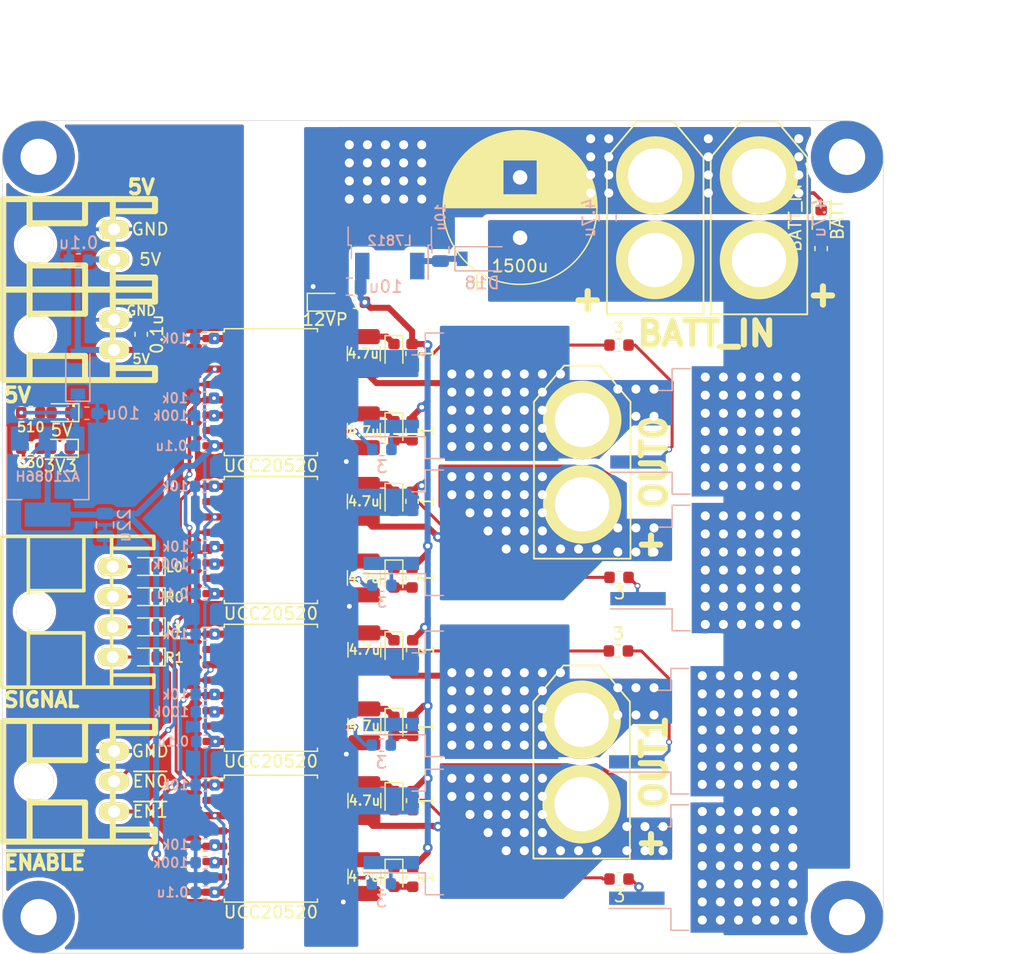
<source format=kicad_pcb>
(kicad_pcb (version 20171130) (host pcbnew "(5.1.2)-1")
  (layers (0 F.Cu signal) (31 B.Cu signal) (34 B.Paste user) (35 F.Paste user) (36 B.SilkS user) (37 F.SilkS user) (38 B.Mask user) (39 F.Mask user) (44 Edge.Cuts user))
  (net 0 "")
  (net 1 GND)
  (net 2 /5V)
  (net 3 +3V3)
  (net 4 "Net-(C9-Pad1)")
  (net 5 /MOTOR0_OUT_L)
  (net 6 "Net-(C10-Pad1)")
  (net 7 GNDPWR)
  (net 8 /MOTOR0_OUT_R)
  (net 9 "Net-(C11-Pad1)")
  (net 10 "Net-(C12-Pad1)")
  (net 11 /MOTOR1_OUT_L)
  (net 12 "Net-(C13-Pad1)")
  (net 13 "Net-(C14-Pad1)")
  (net 14 "Net-(C15-Pad1)")
  (net 15 /MOTOR1_OUT_R)
  (net 16 "Net-(C16-Pad1)")
  (net 17 +BATT)
  (net 18 "Net-(C19-Pad1)")
  (net 19 +12P)
  (net 20 +5V)
  (net 21 /PWM0_L)
  (net 22 /PWM0_R)
  (net 23 /PWM1_L)
  (net 24 /PWM1_R)
  (net 25 "Net-(D6-Pad2)")
  (net 26 "Net-(D7-Pad2)")
  (net 27 "Net-(D16-Pad2)")
  (net 28 "Net-(D17-Pad2)")
  (net 29 "Net-(Q1-Pad1)")
  (net 30 "Net-(Q2-Pad1)")
  (net 31 "Net-(Q3-Pad1)")
  (net 32 "Net-(Q4-Pad1)")
  (net 33 "Net-(Q5-Pad1)")
  (net 34 "Net-(Q6-Pad1)")
  (net 35 "Net-(Q7-Pad1)")
  (net 36 "Net-(Q8-Pad1)")
  (net 37 "Net-(R7-Pad1)")
  (net 38 "Net-(R8-Pad1)")
  (net 39 "Net-(R9-Pad1)")
  (net 40 "Net-(R10-Pad1)")
  (net 41 "Net-(R11-Pad2)")
  (net 42 "Net-(R12-Pad2)")
  (net 43 "Net-(R13-Pad2)")
  (net 44 "Net-(R14-Pad2)")
  (net 45 "Net-(R15-Pad2)")
  (net 46 "Net-(R16-Pad2)")
  (net 47 "Net-(R17-Pad2)")
  (net 48 "Net-(R18-Pad2)")
  (net 49 "Net-(U2-Pad2)")
  (net 50 "Net-(U2-Pad7)")
  (net 51 "Net-(U2-Pad12)")
  (net 52 "Net-(U2-Pad13)")
  (net 53 "Net-(U3-Pad13)")
  (net 54 "Net-(U3-Pad12)")
  (net 55 "Net-(U3-Pad7)")
  (net 56 "Net-(U3-Pad2)")
  (net 57 "Net-(U4-Pad2)")
  (net 58 "Net-(U4-Pad7)")
  (net 59 "Net-(U4-Pad12)")
  (net 60 "Net-(U4-Pad13)")
  (net 61 "Net-(U5-Pad13)")
  (net 62 "Net-(U5-Pad12)")
  (net 63 "Net-(U5-Pad7)")
  (net 64 "Net-(U5-Pad2)")
  (net 65 "Net-(D2-Pad2)")
  (net 66 "Net-(D3-Pad2)")
  (net 67 "Net-(D4-Pad2)")
  (net 68 "Net-(D5-Pad2)")
  (net 69 "Net-(D8-Pad2)")
  (net 70 "Net-(D9-Pad2)")
  (net 71 "Net-(D10-Pad2)")
  (net 72 "Net-(D11-Pad2)")
  (net 73 "Net-(D12-Pad2)")
  (net 74 "Net-(D13-Pad2)")
  (net 75 "Net-(D14-Pad2)")
  (net 76 "Net-(D15-Pad2)")
  (net 77 /~EN1)
  (net 78 /~EN0)
  (module Capacitor_SMD:C_0603_1608Metric (layer B.Cu) (at 120.3 46.55)
    (fp_text reference C2 hide)
    (fp_text value 0.1u (at 0 -1.43) (layer B.SilkS) (effects (justify mirror)))
    (pad 2 smd roundrect (at 0.7875 0) (size 0.875 0.95) (layers B.Cu B.Paste B.Mask) (net 2 /5V))
    (pad 1 smd roundrect (at -0.7875 0) (size 0.875 0.95) (layers B.Cu B.Paste B.Mask) (net 1 GND))
  )
  (module Capacitor_SMD:C_0603_1608Metric (layer F.Cu) (at 125.5 52.7 270)
    (fp_text reference C3 hide)
    (fp_text value 0.1u (at 0 -1.3 270) (layer F.SilkS))
    (pad 1 smd roundrect (at -0.7875 0 270) (size 0.875 0.95) (layers F.Cu F.Paste F.Mask) (net 1 GND))
    (pad 2 smd roundrect (at 0.7875 0 270) (size 0.875 0.95) (layers F.Cu F.Paste F.Mask) (net 2 /5V))
  )
  (module Capacitor_SMD:C_0805_2012Metric (layer B.Cu) (at 122.5 68.5 270)
    (fp_text reference C4 hide)
    (fp_text value 22u (at 0.05 -1.6 90) (layer B.SilkS) (effects (justify mirror)))
    (pad 1 smd roundrect (at -0.9375 0 270) (size 0.975 1.4) (layers B.Cu B.Paste B.Mask) (net 3 +3V3))
    (pad 2 smd roundrect (at 0.9375 0 270) (size 0.975 1.4) (layers B.Cu B.Paste B.Mask) (net 1 GND))
  )
  (module Capacitor_SMD:C_0603_1608Metric (layer B.Cu) (at 130.75 61.95 180)
    (fp_text reference C5 hide)
    (fp_text value 0.1u (at 2.75 0) (layer B.SilkS) (effects (font (size 0.8 0.8)) (justify mirror)))
    (pad 1 smd roundrect (at -0.7875 0 180) (size 0.875 0.95) (layers B.Cu B.Paste B.Mask) (net 3 +3V3))
    (pad 2 smd roundrect (at 0.7875 0 180) (size 0.875 0.95) (layers B.Cu B.Paste B.Mask) (net 1 GND))
  )
  (module Capacitor_SMD:C_0603_1608Metric (layer B.Cu) (at 130.8 74.2 180)
    (fp_text reference C6 hide)
    (fp_text value 0.1u (at 2.7 0) (layer B.SilkS) (effects (font (size 0.8 0.8)) (justify mirror)))
    (pad 2 smd roundrect (at 0.7875 0 180) (size 0.875 0.95) (layers B.Cu B.Paste B.Mask) (net 1 GND))
    (pad 1 smd roundrect (at -0.7875 0 180) (size 0.875 0.95) (layers B.Cu B.Paste B.Mask) (net 3 +3V3))
  )
  (module Capacitor_SMD:C_0603_1608Metric (layer B.Cu) (at 130.85 86.45 180)
    (fp_text reference C7 hide)
    (fp_text value 0.1u (at 2.7 0) (layer B.SilkS) (effects (font (size 0.8 0.8)) (justify mirror)))
    (pad 2 smd roundrect (at 0.7875 0 180) (size 0.875 0.95) (layers B.Cu B.Paste B.Mask) (net 1 GND))
    (pad 1 smd roundrect (at -0.7875 0 180) (size 0.875 0.95) (layers B.Cu B.Paste B.Mask) (net 3 +3V3))
  )
  (module Capacitor_SMD:C_0603_1608Metric (layer B.Cu) (at 130.8 98.95 180)
    (fp_text reference C8 hide)
    (fp_text value 0.1u (at 2.7 0) (layer B.SilkS) (effects (font (size 0.8 0.8)) (justify mirror)))
    (pad 1 smd roundrect (at -0.7875 0 180) (size 0.875 0.95) (layers B.Cu B.Paste B.Mask) (net 3 +3V3))
    (pad 2 smd roundrect (at 0.7875 0 180) (size 0.875 0.95) (layers B.Cu B.Paste B.Mask) (net 1 GND))
  )
  (module Capacitor_SMD:C_1210_3225Metric (layer F.Cu) (at 143.95 54.3 270)
    (fp_text reference C9 hide)
    (fp_text value 4.7u (at 0 0.05 180) (layer F.SilkS) (effects (font (size 0.8 0.8))))
    (pad 1 smd roundrect (at -1.4 0 270) (size 1.25 2.65) (layers F.Cu F.Paste F.Mask) (roundrect_rratio 0.2) (net 4 "Net-(C9-Pad1)"))
    (pad 2 smd roundrect (at 1.4 0 270) (size 1.25 2.65) (layers F.Cu F.Paste F.Mask) (roundrect_rratio 0.2) (net 5 /MOTOR0_OUT_L))
  )
  (module Capacitor_SMD:C_1210_3225Metric (layer F.Cu) (at 143.95 60.7 270)
    (fp_text reference C10 hide)
    (fp_text value 4.7u (at 0.05 0 180) (layer F.SilkS) (effects (font (size 0.8 0.8))))
    (pad 1 smd roundrect (at -1.4 0 270) (size 1.25 2.65) (layers F.Cu F.Paste F.Mask) (roundrect_rratio 0.2) (net 6 "Net-(C10-Pad1)"))
    (pad 2 smd roundrect (at 1.4 0 270) (size 1.25 2.65) (layers F.Cu F.Paste F.Mask) (roundrect_rratio 0.2) (net 7 GNDPWR))
  )
  (module Capacitor_SMD:C_1210_3225Metric (layer F.Cu) (at 143.95 66.55 270)
    (fp_text reference C11 hide)
    (fp_text value 4.7u (at 0 0 180) (layer F.SilkS) (effects (font (size 0.8 0.8))))
    (pad 2 smd roundrect (at 1.4 0 270) (size 1.25 2.65) (layers F.Cu F.Paste F.Mask) (roundrect_rratio 0.2) (net 8 /MOTOR0_OUT_R))
    (pad 1 smd roundrect (at -1.4 0 270) (size 1.25 2.65) (layers F.Cu F.Paste F.Mask) (roundrect_rratio 0.2) (net 9 "Net-(C11-Pad1)"))
  )
  (module Capacitor_SMD:C_1210_3225Metric (layer F.Cu) (at 143.95 72.9 270)
    (fp_text reference C12 hide)
    (fp_text value 4.7u (at 0 0 180) (layer F.SilkS) (effects (font (size 0.8 0.8))))
    (pad 1 smd roundrect (at -1.4 0 270) (size 1.25 2.65) (layers F.Cu F.Paste F.Mask) (roundrect_rratio 0.2) (net 10 "Net-(C12-Pad1)"))
    (pad 2 smd roundrect (at 1.4 0 270) (size 1.25 2.65) (layers F.Cu F.Paste F.Mask) (roundrect_rratio 0.2) (net 7 GNDPWR))
  )
  (module Capacitor_SMD:C_1210_3225Metric (layer F.Cu) (at 144 78.85 270)
    (fp_text reference C13 hide)
    (fp_text value 4.7u (at 0 0 180) (layer F.SilkS) (effects (font (size 0.8 0.8))))
    (pad 2 smd roundrect (at 1.4 0 270) (size 1.25 2.65) (layers F.Cu F.Paste F.Mask) (roundrect_rratio 0.2) (net 11 /MOTOR1_OUT_L))
    (pad 1 smd roundrect (at -1.4 0 270) (size 1.25 2.65) (layers F.Cu F.Paste F.Mask) (roundrect_rratio 0.2) (net 12 "Net-(C13-Pad1)"))
  )
  (module Capacitor_SMD:C_1210_3225Metric (layer F.Cu) (at 144 85.15 270)
    (fp_text reference C14 hide)
    (fp_text value 4.7u (at -0.005001 0.014999) (layer F.SilkS) (effects (font (size 0.8 0.8))))
    (pad 2 smd roundrect (at 1.4 0 270) (size 1.25 2.65) (layers F.Cu F.Paste F.Mask) (roundrect_rratio 0.2) (net 7 GNDPWR))
    (pad 1 smd roundrect (at -1.4 0 270) (size 1.25 2.65) (layers F.Cu F.Paste F.Mask) (roundrect_rratio 0.2) (net 13 "Net-(C14-Pad1)"))
  )
  (module Capacitor_SMD:C_1210_3225Metric (layer F.Cu) (at 144 91.35 270)
    (fp_text reference C15 hide)
    (fp_text value 4.7u (at 0 0 180) (layer F.SilkS) (effects (font (size 0.8 0.8))))
    (pad 1 smd roundrect (at -1.4 0 270) (size 1.25 2.65) (layers F.Cu F.Paste F.Mask) (roundrect_rratio 0.2) (net 14 "Net-(C15-Pad1)"))
    (pad 2 smd roundrect (at 1.4 0 270) (size 1.25 2.65) (layers F.Cu F.Paste F.Mask) (roundrect_rratio 0.2) (net 15 /MOTOR1_OUT_R))
  )
  (module Capacitor_SMD:C_1210_3225Metric (layer F.Cu) (at 144 97.65 270)
    (fp_text reference C16 hide)
    (fp_text value 4.7u (at 0 0.05) (layer F.SilkS) (effects (font (size 0.8 0.8))))
    (pad 2 smd roundrect (at 1.4 0 270) (size 1.25 2.65) (layers F.Cu F.Paste F.Mask) (roundrect_rratio 0.2) (net 7 GNDPWR))
    (pad 1 smd roundrect (at -1.4 0 270) (size 1.25 2.65) (layers F.Cu F.Paste F.Mask) (roundrect_rratio 0.2) (net 16 "Net-(C16-Pad1)"))
  )
  (module Capacitor_THT:CP_Radial_D12.5mm_P5.00mm (layer F.Cu) (at 156.9 44.7 90)
    (fp_text reference C17 hide)
    (fp_text value 1500u (at -2.35 0 180) (layer F.SilkS))
    (pad 1 thru_hole rect (at 0 0 90) (size 2.4 2.4) (drill 1.2) (layers *.Cu *.Mask) (net 17 +BATT))
    (pad 2 thru_hole circle (at 5 0 90) (size 2.4 2.4) (drill 1.2) (layers *.Cu *.Mask) (net 7 GNDPWR))
  )
  (module Capacitor_SMD:C_0805_2012Metric (layer B.Cu) (at 164.15 43.05 270)
    (fp_text reference C18 hide)
    (fp_text value 4.7u (at 0 1.55 90) (layer B.SilkS) (effects (justify mirror)))
    (pad 1 smd roundrect (at -0.9375 0 270) (size 0.975 1.4) (layers B.Cu B.Paste B.Mask) (net 7 GNDPWR))
    (pad 2 smd roundrect (at 0.9375 0 270) (size 0.975 1.4) (layers B.Cu B.Paste B.Mask) (net 17 +BATT))
  )
  (module Capacitor_SMD:C_0805_2012Metric (layer B.Cu) (at 180.05 43.05 270)
    (fp_text reference C20 hide)
    (fp_text value 4.7u (at 0 -1.65 90) (layer B.SilkS) (effects (justify mirror)))
    (pad 2 smd roundrect (at 0.9375 0 270) (size 0.975 1.4) (layers B.Cu B.Paste B.Mask) (net 17 +BATT))
    (pad 1 smd roundrect (at -0.9375 0 270) (size 0.975 1.4) (layers B.Cu B.Paste B.Mask) (net 7 GNDPWR))
  )
  (module Diode_SMD:D_SOD-123 (layer B.Cu) (at 120.25 56 90)
    (fp_text reference D1 hide)
    (fp_text value DIODE)
    (pad 1 smd rect (at -1.65 0 90) (size 0.9 1.2) (layers B.Cu B.Paste B.Mask) (net 20 +5V))
    (pad 2 smd rect (at 1.65 0 90) (size 0.9 1.2) (layers B.Cu B.Paste B.Mask) (net 2 /5V))
  )
  (module Diode_SMD:D_0603_1608Metric (layer F.Cu) (at 126 71.95 180)
    (fp_text reference D2 hide)
    (fp_text value DIODESCH)
    (pad 2 smd roundrect (at 0.7875 0 180) (size 0.875 0.95) (layers F.Cu F.Paste F.Mask) (net 65 "Net-(D2-Pad2)"))
    (pad 1 smd roundrect (at -0.7875 0 180) (size 0.875 0.95) (layers F.Cu F.Paste F.Mask) (net 21 /PWM0_L))
  )
  (module Diode_SMD:D_0603_1608Metric (layer F.Cu) (at 126 74.45 180)
    (fp_text reference D3 hide)
    (fp_text value DIODESCH)
    (pad 1 smd roundrect (at -0.7875 0 180) (size 0.875 0.95) (layers F.Cu F.Paste F.Mask) (net 22 /PWM0_R))
    (pad 2 smd roundrect (at 0.7875 0 180) (size 0.875 0.95) (layers F.Cu F.Paste F.Mask) (net 66 "Net-(D3-Pad2)"))
  )
  (module Diode_SMD:D_0603_1608Metric (layer F.Cu) (at 126 76.95 180)
    (fp_text reference D4 hide)
    (fp_text value DIODESCH)
    (pad 2 smd roundrect (at 0.7875 0 180) (size 0.875 0.95) (layers F.Cu F.Paste F.Mask) (net 67 "Net-(D4-Pad2)"))
    (pad 1 smd roundrect (at -0.7875 0 180) (size 0.875 0.95) (layers F.Cu F.Paste F.Mask) (net 23 /PWM1_L))
  )
  (module Diode_SMD:D_0603_1608Metric (layer F.Cu) (at 126 79.45 180)
    (fp_text reference D5 hide)
    (fp_text value DIODESCH)
    (pad 1 smd roundrect (at -0.7875 0 180) (size 0.875 0.95) (layers F.Cu F.Paste F.Mask) (net 24 /PWM1_R))
    (pad 2 smd roundrect (at 0.7875 0 180) (size 0.875 0.95) (layers F.Cu F.Paste F.Mask) (net 68 "Net-(D5-Pad2)"))
  )
  (module LED_SMD:LED_0603_1608Metric (layer F.Cu) (at 118.85 59.2 180)
    (fp_text reference D6 hide)
    (fp_text value 5V (at -0.05 -1.45) (layer F.SilkS))
    (pad 1 smd roundrect (at -0.7875 0 180) (size 0.875 0.95) (layers F.Cu F.Paste F.Mask) (net 1 GND))
    (pad 2 smd roundrect (at 0.7875 0 180) (size 0.875 0.95) (layers F.Cu F.Paste F.Mask) (net 25 "Net-(D6-Pad2)"))
  )
  (module LED_SMD:LED_0603_1608Metric (layer F.Cu) (at 118.8 62.15 180)
    (fp_text reference D7 hide)
    (fp_text value 3V3 (at 0 -1.45) (layer F.SilkS))
    (pad 2 smd roundrect (at 0.7875 0 180) (size 0.875 0.95) (layers F.Cu F.Paste F.Mask) (net 26 "Net-(D7-Pad2)"))
    (pad 1 smd roundrect (at -0.7875 0 180) (size 0.875 0.95) (layers F.Cu F.Paste F.Mask) (net 1 GND))
  )
  (module Diode_SMD:D_0603_1608Metric (layer F.Cu) (at 146.45 54.3 270)
    (fp_text reference D8 hide)
    (fp_text value DIODESCH)
    (pad 1 smd roundrect (at -0.7875 0 270) (size 0.875 0.95) (layers F.Cu F.Paste F.Mask) (net 4 "Net-(C9-Pad1)"))
    (pad 2 smd roundrect (at 0.7875 0 270) (size 0.875 0.95) (layers F.Cu F.Paste F.Mask) (net 69 "Net-(D8-Pad2)"))
  )
  (module Diode_SMD:D_0603_1608Metric (layer F.Cu) (at 146.45 66.55 270)
    (fp_text reference D10 hide)
    (fp_text value DIODESCH)
    (pad 1 smd roundrect (at -0.7875 0 270) (size 0.875 0.95) (layers F.Cu F.Paste F.Mask) (net 9 "Net-(C11-Pad1)"))
    (pad 2 smd roundrect (at 0.7875 0 270) (size 0.875 0.95) (layers F.Cu F.Paste F.Mask) (net 71 "Net-(D10-Pad2)"))
  )
  (module Diode_SMD:D_0603_1608Metric (layer F.Cu) (at 146.45 72.9 270)
    (fp_text reference D11 hide)
    (fp_text value DIODESCH)
    (pad 2 smd roundrect (at 0.7875 0 270) (size 0.875 0.95) (layers F.Cu F.Paste F.Mask) (net 72 "Net-(D11-Pad2)"))
    (pad 1 smd roundrect (at -0.7875 0 270) (size 0.875 0.95) (layers F.Cu F.Paste F.Mask) (net 10 "Net-(C12-Pad1)"))
  )
  (module Diode_SMD:D_0603_1608Metric (layer F.Cu) (at 146.45 78.85 270)
    (fp_text reference D12 hide)
    (fp_text value DIODESCH)
    (pad 2 smd roundrect (at 0.7875 0 270) (size 0.875 0.95) (layers F.Cu F.Paste F.Mask) (net 73 "Net-(D12-Pad2)"))
    (pad 1 smd roundrect (at -0.7875 0 270) (size 0.875 0.95) (layers F.Cu F.Paste F.Mask) (net 12 "Net-(C13-Pad1)"))
  )
  (module Diode_SMD:D_0603_1608Metric (layer F.Cu) (at 146.45 85.2 270)
    (fp_text reference D13 hide)
    (fp_text value DIODESCH)
    (pad 1 smd roundrect (at -0.7875 0 270) (size 0.875 0.95) (layers F.Cu F.Paste F.Mask) (net 13 "Net-(C14-Pad1)"))
    (pad 2 smd roundrect (at 0.7875 0 270) (size 0.875 0.95) (layers F.Cu F.Paste F.Mask) (net 74 "Net-(D13-Pad2)"))
  )
  (module Diode_SMD:D_0603_1608Metric (layer F.Cu) (at 146.45 91.35 270)
    (fp_text reference D14 hide)
    (fp_text value DIODESCH)
    (pad 2 smd roundrect (at 0.7875 0 270) (size 0.875 0.95) (layers F.Cu F.Paste F.Mask) (net 75 "Net-(D14-Pad2)"))
    (pad 1 smd roundrect (at -0.7875 0 270) (size 0.875 0.95) (layers F.Cu F.Paste F.Mask) (net 14 "Net-(C15-Pad1)"))
  )
  (module Diode_SMD:D_0603_1608Metric (layer F.Cu) (at 146.45 97.7 270)
    (fp_text reference D15 hide)
    (fp_text value DIODESCH)
    (pad 1 smd roundrect (at -0.7875 0 270) (size 0.875 0.95) (layers F.Cu F.Paste F.Mask) (net 16 "Net-(C16-Pad1)"))
    (pad 2 smd roundrect (at 0.7875 0 270) (size 0.875 0.95) (layers F.Cu F.Paste F.Mask) (net 76 "Net-(D15-Pad2)"))
  )
  (module LED_SMD:LED_0603_1608Metric (layer F.Cu) (at 181.85 43.2 270)
    (fp_text reference D16 hide)
    (fp_text value BATT (at 0 -1.35 90) (layer F.SilkS))
    (pad 1 smd roundrect (at -0.7875 0 270) (size 0.875 0.95) (layers F.Cu F.Paste F.Mask) (net 7 GNDPWR))
    (pad 2 smd roundrect (at 0.7875 0 270) (size 0.875 0.95) (layers F.Cu F.Paste F.Mask) (net 27 "Net-(D16-Pad2)"))
  )
  (module LED_SMD:LED_0603_1608Metric (layer F.Cu) (at 140.75 50.05)
    (fp_text reference D17 hide)
    (fp_text value 12VP (at 0 1.43) (layer F.SilkS))
    (pad 2 smd roundrect (at 0.7875 0) (size 0.875 0.95) (layers F.Cu F.Paste F.Mask) (net 28 "Net-(D17-Pad2)"))
    (pad 1 smd roundrect (at -0.7875 0) (size 0.875 0.95) (layers F.Cu F.Paste F.Mask) (net 7 GNDPWR))
  )
  (module Mizz_lib:XA_2LC (layer F.Cu) (at 123.25 51.5 270)
    (fp_text reference P1 (at 0 0.5 90) (layer F.SilkS))
    (fp_text value 5V (at 6.25 8 180) (layer F.SilkS) (effects (font (size 1.2 1.2) (thickness 0.3))))
    (pad 1 thru_hole oval (at 0 0 270) (size 1.5 2.5) (drill 1) (layers *.Cu *.Mask F.SilkS) (net 1 GND))
    (pad 2 thru_hole oval (at 2.5 0 270) (size 1.5 2.5) (drill 1) (layers *.Cu *.Mask F.SilkS) (net 2 /5V))
    (pad "" thru_hole circle (at 1.25 6.5 270) (size 3 3) (drill 3) (layers *.Cu *.Mask F.SilkS) (clearance -0.3))
  )
  (module Mizz_lib:XA_2LC (layer F.Cu) (at 123.25 44 270)
    (fp_text reference P2 (at 0 0.5 90) (layer F.SilkS))
    (fp_text value 5V (at -3.5 -2.25 180) (layer F.SilkS) (effects (font (size 1.2 1.2) (thickness 0.3))))
    (pad "" thru_hole circle (at 1.25 6.5 270) (size 3 3) (drill 3) (layers *.Cu *.Mask F.SilkS) (clearance -0.3))
    (pad 2 thru_hole oval (at 2.5 0 270) (size 1.5 2.5) (drill 1) (layers *.Cu *.Mask F.SilkS) (net 2 /5V))
    (pad 1 thru_hole oval (at 0 0 270) (size 1.5 2.5) (drill 1) (layers *.Cu *.Mask F.SilkS) (net 1 GND))
  )
  (module Mizz_lib:XA_4LC (layer F.Cu) (at 123.15 71.95 270)
    (fp_text reference P3 hide)
    (fp_text value SIGNAL (at 11.05 5.9 180) (layer F.SilkS) (effects (font (size 1.2 1.2) (thickness 0.3))))
    (pad "" thru_hole circle (at 3.75 6.5 270) (size 3 3) (drill 3) (layers *.Cu *.Mask F.SilkS) (clearance -0.3))
    (pad 4 thru_hole oval (at 7.5 0 270) (size 1.5 2.5) (drill 1) (layers *.Cu *.Mask F.SilkS) (net 68 "Net-(D5-Pad2)"))
    (pad 3 thru_hole oval (at 5 0 270) (size 1.5 2.5) (drill 1) (layers *.Cu *.Mask F.SilkS) (net 67 "Net-(D4-Pad2)"))
    (pad 2 thru_hole oval (at 2.5 0 270) (size 1.5 2.5) (drill 1) (layers *.Cu *.Mask F.SilkS) (net 66 "Net-(D3-Pad2)"))
    (pad 1 thru_hole oval (at 0 0 270) (size 1.5 2.5) (drill 1) (layers *.Cu *.Mask F.SilkS) (net 65 "Net-(D2-Pad2)"))
  )
  (module Mizz_lib:XT60_F (layer F.Cu) (at 168.1 43.05 270)
    (fp_text reference P4)
    (fp_text value BATT_IN (at 9.6 -4.25 180) (layer F.SilkS) (effects (font (size 2 2) (thickness 0.5))))
    (pad 2 thru_hole circle (at 3.5 0 270) (size 6.5 6.5) (drill 4.5) (layers *.Cu *.Mask F.SilkS) (net 17 +BATT))
    (pad 1 thru_hole circle (at -3.5 0 270) (size 6.5 6.5) (drill 4.5) (layers *.Cu *.Mask F.SilkS) (net 7 GNDPWR))
  )
  (module Mizz_lib:XT60_M (layer F.Cu) (at 176.7 43.05 270)
    (fp_text reference P5)
    (fp_text value BATT_IN (at 0 -3 90) (layer F.SilkS))
    (pad 2 thru_hole circle (at 3.5 0 270) (size 6.5 6.5) (drill 4.5) (layers *.Cu *.Mask F.SilkS) (net 17 +BATT))
    (pad 1 thru_hole circle (at -3.5 0 270) (size 6.5 6.5) (drill 4.5) (layers *.Cu *.Mask F.SilkS) (net 7 GNDPWR))
  )
  (module Mizz_lib:XT60_F (layer F.Cu) (at 162.05 63.3 270)
    (fp_text reference P6)
    (fp_text value OUT0 (at 0 -5.95 90) (layer F.SilkS) (effects (font (size 2 2) (thickness 0.5))))
    (pad 1 thru_hole circle (at -3.5 0 270) (size 6.5 6.5) (drill 4.5) (layers *.Cu *.Mask F.SilkS) (net 5 /MOTOR0_OUT_L))
    (pad 2 thru_hole circle (at 3.5 0 270) (size 6.5 6.5) (drill 4.5) (layers *.Cu *.Mask F.SilkS) (net 8 /MOTOR0_OUT_R))
  )
  (module Mizz_lib:XT60_F (layer F.Cu) (at 162 88.15 270)
    (fp_text reference P7)
    (fp_text value OUT1 (at 0 -6 90) (layer F.SilkS) (effects (font (size 2 2) (thickness 0.5))))
    (pad 2 thru_hole circle (at 3.5 0 270) (size 6.5 6.5) (drill 4.5) (layers *.Cu *.Mask F.SilkS) (net 15 /MOTOR1_OUT_R))
    (pad 1 thru_hole circle (at -3.5 0 270) (size 6.5 6.5) (drill 4.5) (layers *.Cu *.Mask F.SilkS) (net 11 /MOTOR1_OUT_L))
  )
  (module Package_TO_SOT_SMD:TO-263-2 (layer B.Cu) (at 172.45 60.75)
    (fp_text reference Q1 hide)
    (fp_text value Q_NMOS_GDS)
    (pad 2 smd rect (at 3.375 0) (size 9.4 10.8) (layers B.Cu B.Mask) (net 17 +BATT))
    (pad 3 smd rect (at -5.775 -2.54) (size 4.6 1.1) (layers B.Cu B.Paste B.Mask) (net 5 /MOTOR0_OUT_L))
    (pad 1 smd rect (at -5.775 2.54) (size 4.6 1.1) (layers B.Cu B.Paste B.Mask) (net 29 "Net-(Q1-Pad1)"))
  )
  (module Package_TO_SOT_SMD:TO-263-2 (layer B.Cu) (at 152 57.8)
    (fp_text reference Q2 hide)
    (fp_text value Q_NMOS_GDS)
    (pad 1 smd rect (at -5.775 2.54) (size 4.6 1.1) (layers B.Cu B.Paste B.Mask) (net 30 "Net-(Q2-Pad1)"))
    (pad 3 smd rect (at -5.775 -2.54) (size 4.6 1.1) (layers B.Cu B.Paste B.Mask) (net 7 GNDPWR))
    (pad 2 smd rect (at 3.375 0) (size 9.4 10.8) (layers B.Cu B.Mask) (net 5 /MOTOR0_OUT_L))
  )
  (module Package_TO_SOT_SMD:TO-263-2 (layer B.Cu) (at 172.45 72.075)
    (fp_text reference Q3 hide)
    (fp_text value Q_NMOS_GDS)
    (pad 2 smd rect (at 3.375 0) (size 9.4 10.8) (layers B.Cu B.Mask) (net 17 +BATT))
    (pad 3 smd rect (at -5.775 -2.54) (size 4.6 1.1) (layers B.Cu B.Paste B.Mask) (net 8 /MOTOR0_OUT_R))
    (pad 1 smd rect (at -5.775 2.54) (size 4.6 1.1) (layers B.Cu B.Paste B.Mask) (net 31 "Net-(Q3-Pad1)"))
  )
  (module Package_TO_SOT_SMD:TO-263-2 (layer B.Cu) (at 152 69.15)
    (fp_text reference Q4 hide)
    (fp_text value Q_NMOS_GDS)
    (pad 1 smd rect (at -5.775 2.54) (size 4.6 1.1) (layers B.Cu B.Paste B.Mask) (net 32 "Net-(Q4-Pad1)"))
    (pad 3 smd rect (at -5.775 -2.54) (size 4.6 1.1) (layers B.Cu B.Paste B.Mask) (net 7 GNDPWR))
    (pad 2 smd rect (at 3.375 0) (size 9.4 10.8) (layers B.Cu B.Mask) (net 8 /MOTOR0_OUT_R))
  )
  (module Package_TO_SOT_SMD:TO-263-2 (layer B.Cu) (at 172.35 85.6)
    (fp_text reference Q5 hide)
    (fp_text value Q_NMOS_GDS)
    (pad 1 smd rect (at -5.775 2.54) (size 4.6 1.1) (layers B.Cu B.Paste B.Mask) (net 33 "Net-(Q5-Pad1)"))
    (pad 3 smd rect (at -5.775 -2.54) (size 4.6 1.1) (layers B.Cu B.Paste B.Mask) (net 11 /MOTOR1_OUT_L))
    (pad 2 smd rect (at 3.375 0) (size 9.4 10.8) (layers B.Cu B.Mask) (net 17 +BATT))
  )
  (module Package_TO_SOT_SMD:TO-263-2 (layer B.Cu) (at 152 82.5)
    (fp_text reference Q6 hide)
    (fp_text value Q_NMOS_GDS)
    (pad 2 smd rect (at 3.375 0) (size 9.4 10.8) (layers B.Cu B.Mask) (net 11 /MOTOR1_OUT_L))
    (pad 3 smd rect (at -5.775 -2.54) (size 4.6 1.1) (layers B.Cu B.Paste B.Mask) (net 7 GNDPWR))
    (pad 1 smd rect (at -5.775 2.54) (size 4.6 1.1) (layers B.Cu B.Paste B.Mask) (net 34 "Net-(Q6-Pad1)"))
  )
  (module Package_TO_SOT_SMD:TO-263-2 (layer B.Cu) (at 172.35 96.9)
    (fp_text reference Q7 hide)
    (fp_text value Q_NMOS_GDS)
    (pad 1 smd rect (at -5.775 2.54) (size 4.6 1.1) (layers B.Cu B.Paste B.Mask) (net 35 "Net-(Q7-Pad1)"))
    (pad 3 smd rect (at -5.775 -2.54) (size 4.6 1.1) (layers B.Cu B.Paste B.Mask) (net 15 /MOTOR1_OUT_R))
    (pad 2 smd rect (at 3.375 0) (size 9.4 10.8) (layers B.Cu B.Mask) (net 17 +BATT))
  )
  (module Package_TO_SOT_SMD:TO-263-2 (layer B.Cu) (at 152 93.95)
    (fp_text reference Q8 hide)
    (fp_text value Q_NMOS_GDS)
    (pad 2 smd rect (at 3.375 0) (size 9.4 10.8) (layers B.Cu B.Mask) (net 15 /MOTOR1_OUT_R))
    (pad 3 smd rect (at -5.775 -2.54) (size 4.6 1.1) (layers B.Cu B.Paste B.Mask) (net 7 GNDPWR))
    (pad 1 smd rect (at -5.775 2.54) (size 4.6 1.1) (layers B.Cu B.Paste B.Mask) (net 36 "Net-(Q8-Pad1)"))
  )
  (module Resistor_SMD:R_0603_1608Metric (layer F.Cu) (at 116.35 59.2 180)
    (fp_text reference R1 hide)
    (fp_text value 510 (at 0 -1.2) (layer F.SilkS) (effects (font (size 0.8 0.8))))
    (pad 2 smd roundrect (at 0.7875 0 180) (size 0.875 0.95) (layers F.Cu F.Paste F.Mask) (net 20 +5V))
    (pad 1 smd roundrect (at -0.7875 0 180) (size 0.875 0.95) (layers F.Cu F.Paste F.Mask) (net 25 "Net-(D6-Pad2)"))
  )
  (module Resistor_SMD:R_0603_1608Metric (layer F.Cu) (at 116.35 62.15 180)
    (fp_text reference R2 hide)
    (fp_text value 330 (at 0 -1.2) (layer F.SilkS) (effects (font (size 0.8 0.8))))
    (pad 2 smd roundrect (at 0.7875 0 180) (size 0.875 0.95) (layers F.Cu F.Paste F.Mask) (net 3 +3V3))
    (pad 1 smd roundrect (at -0.7875 0 180) (size 0.875 0.95) (layers F.Cu F.Paste F.Mask) (net 26 "Net-(D7-Pad2)"))
  )
  (module Resistor_SMD:R_0603_1608Metric (layer B.Cu) (at 130.75 58 180)
    (fp_text reference R3 hide)
    (fp_text value 10k (at 2.45 0) (layer B.SilkS) (effects (font (size 0.8 0.8)) (justify mirror)))
    (pad 2 smd roundrect (at 0.7875 0 180) (size 0.875 0.95) (layers B.Cu B.Paste B.Mask) (net 1 GND))
    (pad 1 smd roundrect (at -0.7875 0 180) (size 0.875 0.95) (layers B.Cu B.Paste B.Mask) (net 78 /~EN0))
  )
  (module Resistor_SMD:R_0603_1608Metric (layer B.Cu) (at 130.8 70.3 180)
    (fp_text reference R4 hide)
    (fp_text value 10k (at 2.45 0) (layer B.SilkS) (effects (font (size 0.8 0.8)) (justify mirror)))
    (pad 1 smd roundrect (at -0.7875 0 180) (size 0.875 0.95) (layers B.Cu B.Paste B.Mask) (net 78 /~EN0))
    (pad 2 smd roundrect (at 0.7875 0 180) (size 0.875 0.95) (layers B.Cu B.Paste B.Mask) (net 1 GND))
  )
  (module Resistor_SMD:R_0603_1608Metric (layer B.Cu) (at 130.8 82.55 180)
    (fp_text reference R5 hide)
    (fp_text value 10k (at 2.45 0) (layer B.SilkS) (effects (font (size 0.8 0.8)) (justify mirror)))
    (pad 1 smd roundrect (at -0.7875 0 180) (size 0.875 0.95) (layers B.Cu B.Paste B.Mask) (net 77 /~EN1))
    (pad 2 smd roundrect (at 0.7875 0 180) (size 0.875 0.95) (layers B.Cu B.Paste B.Mask) (net 1 GND))
  )
  (module Resistor_SMD:R_0603_1608Metric (layer B.Cu) (at 130.8 95.03 180)
    (fp_text reference R6 hide)
    (fp_text value 10k (at 2.45 0.03) (layer B.SilkS) (effects (font (size 0.8 0.8)) (justify mirror)))
    (pad 1 smd roundrect (at -0.7875 0 180) (size 0.875 0.95) (layers B.Cu B.Paste B.Mask) (net 77 /~EN1))
    (pad 2 smd roundrect (at 0.7875 0 180) (size 0.875 0.95) (layers B.Cu B.Paste B.Mask) (net 1 GND))
  )
  (module Resistor_SMD:R_0603_1608Metric (layer B.Cu) (at 130.75 59.45 180)
    (fp_text reference R7 hide)
    (fp_text value 100k (at 2.8 0) (layer B.SilkS) (effects (font (size 0.8 0.8)) (justify mirror)))
    (pad 1 smd roundrect (at -0.7875 0 180) (size 0.875 0.95) (layers B.Cu B.Paste B.Mask) (net 37 "Net-(R7-Pad1)"))
    (pad 2 smd roundrect (at 0.7875 0 180) (size 0.875 0.95) (layers B.Cu B.Paste B.Mask) (net 1 GND))
  )
  (module Resistor_SMD:R_0603_1608Metric (layer B.Cu) (at 130.8 71.75 180)
    (fp_text reference R8 hide)
    (fp_text value 100k (at 2.85 0) (layer B.SilkS) (effects (font (size 0.8 0.8)) (justify mirror)))
    (pad 2 smd roundrect (at 0.7875 0 180) (size 0.875 0.95) (layers B.Cu B.Paste B.Mask) (net 1 GND))
    (pad 1 smd roundrect (at -0.7875 0 180) (size 0.875 0.95) (layers B.Cu B.Paste B.Mask) (net 38 "Net-(R8-Pad1)"))
  )
  (module Resistor_SMD:R_0603_1608Metric (layer B.Cu) (at 130.8 84 180)
    (fp_text reference R9 hide)
    (fp_text value 100k (at 2.8 0) (layer B.SilkS) (effects (font (size 0.8 0.8)) (justify mirror)))
    (pad 2 smd roundrect (at 0.7875 0 180) (size 0.875 0.95) (layers B.Cu B.Paste B.Mask) (net 1 GND))
    (pad 1 smd roundrect (at -0.7875 0 180) (size 0.875 0.95) (layers B.Cu B.Paste B.Mask) (net 39 "Net-(R9-Pad1)"))
  )
  (module Resistor_SMD:R_0603_1608Metric (layer B.Cu) (at 130.8 96.5 180)
    (fp_text reference R10 hide)
    (fp_text value 100k (at 2.85 0) (layer B.SilkS) (effects (font (size 0.8 0.8)) (justify mirror)))
    (pad 1 smd roundrect (at -0.7875 0 180) (size 0.875 0.95) (layers B.Cu B.Paste B.Mask) (net 40 "Net-(R10-Pad1)"))
    (pad 2 smd roundrect (at 0.7875 0 180) (size 0.875 0.95) (layers B.Cu B.Paste B.Mask) (net 1 GND))
  )
  (module Resistor_SMD:R_0603_1608Metric (layer F.Cu) (at 165.1 53.6 180)
    (fp_text reference R11 hide)
    (fp_text value 3 (at 0 1.43) (layer F.SilkS) (effects (font (size 0.8 0.8))))
    (pad 2 smd roundrect (at 0.7875 0 180) (size 0.875 0.95) (layers F.Cu F.Paste F.Mask) (net 41 "Net-(R11-Pad2)"))
    (pad 1 smd roundrect (at -0.7875 0 180) (size 0.875 0.95) (layers F.Cu F.Paste F.Mask) (net 29 "Net-(Q1-Pad1)"))
  )
  (module Resistor_SMD:R_0603_1608Metric (layer B.Cu) (at 145.45 62.25 180)
    (fp_text reference R12 hide)
    (fp_text value 3 (at 0 -1.43) (layer B.SilkS) (effects (justify mirror)))
    (pad 1 smd roundrect (at -0.7875 0 180) (size 0.875 0.95) (layers B.Cu B.Paste B.Mask) (net 30 "Net-(Q2-Pad1)"))
    (pad 2 smd roundrect (at 0.7875 0 180) (size 0.875 0.95) (layers B.Cu B.Paste B.Mask) (net 42 "Net-(R12-Pad2)"))
  )
  (module Resistor_SMD:R_0603_1608Metric (layer F.Cu) (at 165.1 72.85 180)
    (fp_text reference R13 hide)
    (fp_text value 3 (at -0.05 -1.3) (layer F.SilkS))
    (pad 2 smd roundrect (at 0.7875 0 180) (size 0.875 0.95) (layers F.Cu F.Paste F.Mask) (net 43 "Net-(R13-Pad2)"))
    (pad 1 smd roundrect (at -0.7875 0 180) (size 0.875 0.95) (layers F.Cu F.Paste F.Mask) (net 31 "Net-(Q3-Pad1)"))
  )
  (module Resistor_SMD:R_0603_1608Metric (layer B.Cu) (at 145.45 73.5 180)
    (fp_text reference R14 hide)
    (fp_text value 3 (at 0 -1.43) (layer B.SilkS) (effects (font (size 0.8 0.8)) (justify mirror)))
    (pad 2 smd roundrect (at 0.7875 0 180) (size 0.875 0.95) (layers B.Cu B.Paste B.Mask) (net 44 "Net-(R14-Pad2)"))
    (pad 1 smd roundrect (at -0.7875 0 180) (size 0.875 0.95) (layers B.Cu B.Paste B.Mask) (net 32 "Net-(Q4-Pad1)"))
  )
  (module Resistor_SMD:R_0603_1608Metric (layer F.Cu) (at 165.05 78.95 180)
    (fp_text reference R15 hide)
    (fp_text value 3 (at 0 1.43) (layer F.SilkS))
    (pad 1 smd roundrect (at -0.7875 0 180) (size 0.875 0.95) (layers F.Cu F.Paste F.Mask) (net 33 "Net-(Q5-Pad1)"))
    (pad 2 smd roundrect (at 0.7875 0 180) (size 0.875 0.95) (layers F.Cu F.Paste F.Mask) (net 45 "Net-(R15-Pad2)"))
  )
  (module Resistor_SMD:R_0603_1608Metric (layer B.Cu) (at 145.4 86.75 180)
    (fp_text reference R16 hide)
    (fp_text value 3 (at 0 -1.43) (layer B.SilkS) (effects (justify mirror)))
    (pad 2 smd roundrect (at 0.7875 0 180) (size 0.875 0.95) (layers B.Cu B.Paste B.Mask) (net 46 "Net-(R16-Pad2)"))
    (pad 1 smd roundrect (at -0.7875 0 180) (size 0.875 0.95) (layers B.Cu B.Paste B.Mask) (net 34 "Net-(Q6-Pad1)"))
  )
  (module Resistor_SMD:R_0603_1608Metric (layer F.Cu) (at 165.1 97.85 180)
    (fp_text reference R17 hide)
    (fp_text value 3 (at -0.05 -1.4) (layer F.SilkS))
    (pad 1 smd roundrect (at -0.7875 0 180) (size 0.875 0.95) (layers F.Cu F.Paste F.Mask) (net 35 "Net-(Q7-Pad1)"))
    (pad 2 smd roundrect (at 0.7875 0 180) (size 0.875 0.95) (layers F.Cu F.Paste F.Mask) (net 47 "Net-(R17-Pad2)"))
  )
  (module Resistor_SMD:R_0603_1608Metric (layer B.Cu) (at 145.4 98.25 180)
    (fp_text reference R18 hide)
    (fp_text value 3 (at 0 -1.43) (layer B.SilkS) (effects (justify mirror)))
    (pad 1 smd roundrect (at -0.7875 0 180) (size 0.875 0.95) (layers B.Cu B.Paste B.Mask) (net 36 "Net-(Q8-Pad1)"))
    (pad 2 smd roundrect (at 0.7875 0 180) (size 0.875 0.95) (layers B.Cu B.Paste B.Mask) (net 48 "Net-(R18-Pad2)"))
  )
  (module Resistor_SMD:R_0603_1608Metric (layer F.Cu) (at 147.95 54.3 270)
    (fp_text reference R19 hide)
    (fp_text value 1 (at 0 -1.25 90) (layer F.SilkS))
    (pad 1 smd roundrect (at -0.7875 0 270) (size 0.875 0.95) (layers F.Cu F.Paste F.Mask) (net 19 +12P))
    (pad 2 smd roundrect (at 0.7875 0 270) (size 0.875 0.95) (layers F.Cu F.Paste F.Mask) (net 69 "Net-(D8-Pad2)"))
  )
  (module Resistor_SMD:R_0603_1608Metric (layer F.Cu) (at 147.95 60.7 270)
    (fp_text reference R20 hide)
    (fp_text value 1 (at 0 -1.25 90) (layer F.SilkS))
    (pad 2 smd roundrect (at 0.7875 0 270) (size 0.875 0.95) (layers F.Cu F.Paste F.Mask) (net 70 "Net-(D9-Pad2)"))
    (pad 1 smd roundrect (at -0.7875 0 270) (size 0.875 0.95) (layers F.Cu F.Paste F.Mask) (net 19 +12P))
  )
  (module Resistor_SMD:R_0603_1608Metric (layer F.Cu) (at 147.95 66.55 270)
    (fp_text reference R21 hide)
    (fp_text value 1 (at 0 -1.25 90) (layer F.SilkS))
    (pad 1 smd roundrect (at -0.7875 0 270) (size 0.875 0.95) (layers F.Cu F.Paste F.Mask) (net 19 +12P))
    (pad 2 smd roundrect (at 0.7875 0 270) (size 0.875 0.95) (layers F.Cu F.Paste F.Mask) (net 71 "Net-(D10-Pad2)"))
  )
  (module Resistor_SMD:R_0603_1608Metric (layer F.Cu) (at 147.95 72.9 270)
    (fp_text reference R22 hide)
    (fp_text value 1 (at 0 -1.25 90) (layer F.SilkS))
    (pad 1 smd roundrect (at -0.7875 0 270) (size 0.875 0.95) (layers F.Cu F.Paste F.Mask) (net 19 +12P))
    (pad 2 smd roundrect (at 0.7875 0 270) (size 0.875 0.95) (layers F.Cu F.Paste F.Mask) (net 72 "Net-(D11-Pad2)"))
  )
  (module Resistor_SMD:R_0603_1608Metric (layer F.Cu) (at 148 78.85 270)
    (fp_text reference R23 hide)
    (fp_text value 1 (at 0 -1.25 90) (layer F.SilkS))
    (pad 2 smd roundrect (at 0.7875 0 270) (size 0.875 0.95) (layers F.Cu F.Paste F.Mask) (net 73 "Net-(D12-Pad2)"))
    (pad 1 smd roundrect (at -0.7875 0 270) (size 0.875 0.95) (layers F.Cu F.Paste F.Mask) (net 19 +12P))
  )
  (module Resistor_SMD:R_0603_1608Metric (layer F.Cu) (at 148 85.2 270)
    (fp_text reference R24 hide)
    (fp_text value 1 (at 0.05 -1.2 90) (layer F.SilkS))
    (pad 1 smd roundrect (at -0.7875 0 270) (size 0.875 0.95) (layers F.Cu F.Paste F.Mask) (net 19 +12P))
    (pad 2 smd roundrect (at 0.7875 0 270) (size 0.875 0.95) (layers F.Cu F.Paste F.Mask) (net 74 "Net-(D13-Pad2)"))
  )
  (module Resistor_SMD:R_0603_1608Metric (layer F.Cu) (at 148 91.35 270)
    (fp_text reference R25 hide)
    (fp_text value 1 (at 0.024999 -1.185001 90) (layer F.SilkS))
    (pad 2 smd roundrect (at 0.7875 0 270) (size 0.875 0.95) (layers F.Cu F.Paste F.Mask) (net 75 "Net-(D14-Pad2)"))
    (pad 1 smd roundrect (at -0.7875 0 270) (size 0.875 0.95) (layers F.Cu F.Paste F.Mask) (net 19 +12P))
  )
  (module Resistor_SMD:R_0603_1608Metric (layer F.Cu) (at 148 97.7 270)
    (fp_text reference R26 hide)
    (fp_text value 1 (at 0.034999 -1.195001 90) (layer F.SilkS))
    (pad 1 smd roundrect (at -0.7875 0 270) (size 0.875 0.95) (layers F.Cu F.Paste F.Mask) (net 19 +12P))
    (pad 2 smd roundrect (at 0.7875 0 270) (size 0.875 0.95) (layers F.Cu F.Paste F.Mask) (net 76 "Net-(D15-Pad2)"))
  )
  (module Resistor_SMD:R_0603_1608Metric (layer F.Cu) (at 181.85 45.6 270)
    (fp_text reference R27 hide)
    (fp_text value 2.2k)
    (pad 2 smd roundrect (at 0.7875 0 270) (size 0.875 0.95) (layers F.Cu F.Paste F.Mask) (net 17 +BATT))
    (pad 1 smd roundrect (at -0.7875 0 270) (size 0.875 0.95) (layers F.Cu F.Paste F.Mask) (net 27 "Net-(D16-Pad2)"))
  )
  (module Resistor_SMD:R_0603_1608Metric (layer F.Cu) (at 143.25 50.05)
    (fp_text reference R28 hide)
    (fp_text value 1.2k)
    (pad 2 smd roundrect (at 0.7875 0) (size 0.875 0.95) (layers F.Cu F.Paste F.Mask) (net 19 +12P))
    (pad 1 smd roundrect (at -0.7875 0) (size 0.875 0.95) (layers F.Cu F.Paste F.Mask) (net 28 "Net-(D17-Pad2)"))
  )
  (module Package_TO_SOT_SMD:SOT-223-3_TabPin2 (layer B.Cu) (at 117.75 64.5 270)
    (fp_text reference U1 hide)
    (fp_text value AZ1086H (at 0 0 180) (layer B.SilkS) (effects (font (size 0.8 0.8)) (justify mirror)))
    (pad 2 smd rect (at 3.15 0 270) (size 2 3.8) (layers B.Cu B.Paste B.Mask) (net 3 +3V3))
    (pad 2 smd rect (at -3.15 0 270) (size 2 1.5) (layers B.Cu B.Paste B.Mask) (net 3 +3V3))
    (pad 3 smd rect (at -3.15 -2.3 270) (size 2 1.5) (layers B.Cu B.Paste B.Mask) (net 20 +5V))
    (pad 1 smd rect (at -3.15 2.3 270) (size 2 1.5) (layers B.Cu B.Paste B.Mask) (net 1 GND))
  )
  (module Package_SO:SOIC-16W_7.5x10.3mm_P1.27mm (layer F.Cu) (at 136.25 57.5)
    (fp_text reference U2 hide)
    (fp_text value UCC20520 (at 0 6.1) (layer F.SilkS))
    (pad 1 smd roundrect (at -4.65 -4.445) (size 2.05 0.6) (layers F.Cu F.Paste F.Mask) (net 21 /PWM0_L))
    (pad 2 smd roundrect (at -4.65 -3.175) (size 2.05 0.6) (layers F.Cu F.Paste F.Mask) (net 49 "Net-(U2-Pad2)"))
    (pad 3 smd roundrect (at -4.65 -1.905) (size 2.05 0.6) (layers F.Cu F.Paste F.Mask) (net 3 +3V3))
    (pad 4 smd roundrect (at -4.65 -0.635) (size 2.05 0.6) (layers F.Cu F.Paste F.Mask) (net 1 GND))
    (pad 5 smd roundrect (at -4.65 0.635) (size 2.05 0.6) (layers F.Cu F.Paste F.Mask) (net 78 /~EN0))
    (pad 6 smd roundrect (at -4.65 1.905) (size 2.05 0.6) (layers F.Cu F.Paste F.Mask) (net 37 "Net-(R7-Pad1)"))
    (pad 7 smd roundrect (at -4.65 3.175) (size 2.05 0.6) (layers F.Cu F.Paste F.Mask) (net 50 "Net-(U2-Pad7)"))
    (pad 8 smd roundrect (at -4.65 4.445) (size 2.05 0.6) (layers F.Cu F.Paste F.Mask) (net 3 +3V3))
    (pad 9 smd roundrect (at 4.65 4.445) (size 2.05 0.6) (layers F.Cu F.Paste F.Mask) (net 7 GNDPWR))
    (pad 10 smd roundrect (at 4.65 3.175) (size 2.05 0.6) (layers F.Cu F.Paste F.Mask) (net 42 "Net-(R12-Pad2)"))
    (pad 11 smd roundrect (at 4.65 1.905) (size 2.05 0.6) (layers F.Cu F.Paste F.Mask) (net 6 "Net-(C10-Pad1)"))
    (pad 12 smd roundrect (at 4.65 0.635) (size 2.05 0.6) (layers F.Cu F.Paste F.Mask) (net 51 "Net-(U2-Pad12)"))
    (pad 13 smd roundrect (at 4.65 -0.635) (size 2.05 0.6) (layers F.Cu F.Paste F.Mask) (net 52 "Net-(U2-Pad13)"))
    (pad 14 smd roundrect (at 4.65 -1.905) (size 2.05 0.6) (layers F.Cu F.Paste F.Mask) (net 5 /MOTOR0_OUT_L))
    (pad 15 smd roundrect (at 4.65 -3.175) (size 2.05 0.6) (layers F.Cu F.Paste F.Mask) (net 41 "Net-(R11-Pad2)"))
    (pad 16 smd roundrect (at 4.65 -4.445) (size 2.05 0.6) (layers F.Cu F.Paste F.Mask) (net 4 "Net-(C9-Pad1)"))
  )
  (module Package_SO:SOIC-16W_7.5x10.3mm_P1.27mm (layer F.Cu) (at 136.25 69.75)
    (fp_text reference U3 hide)
    (fp_text value UCC20520 (at 0 6.1) (layer F.SilkS))
    (pad 16 smd roundrect (at 4.65 -4.445) (size 2.05 0.6) (layers F.Cu F.Paste F.Mask) (net 9 "Net-(C11-Pad1)"))
    (pad 15 smd roundrect (at 4.65 -3.175) (size 2.05 0.6) (layers F.Cu F.Paste F.Mask) (net 43 "Net-(R13-Pad2)"))
    (pad 14 smd roundrect (at 4.65 -1.905) (size 2.05 0.6) (layers F.Cu F.Paste F.Mask) (net 8 /MOTOR0_OUT_R))
    (pad 13 smd roundrect (at 4.65 -0.635) (size 2.05 0.6) (layers F.Cu F.Paste F.Mask) (net 53 "Net-(U3-Pad13)"))
    (pad 12 smd roundrect (at 4.65 0.635) (size 2.05 0.6) (layers F.Cu F.Paste F.Mask) (net 54 "Net-(U3-Pad12)"))
    (pad 11 smd roundrect (at 4.65 1.905) (size 2.05 0.6) (layers F.Cu F.Paste F.Mask) (net 10 "Net-(C12-Pad1)"))
    (pad 10 smd roundrect (at 4.65 3.175) (size 2.05 0.6) (layers F.Cu F.Paste F.Mask) (net 44 "Net-(R14-Pad2)"))
    (pad 9 smd roundrect (at 4.65 4.445) (size 2.05 0.6) (layers F.Cu F.Paste F.Mask) (net 7 GNDPWR))
    (pad 8 smd roundrect (at -4.65 4.445) (size 2.05 0.6) (layers F.Cu F.Paste F.Mask) (net 3 +3V3))
    (pad 7 smd roundrect (at -4.65 3.175) (size 2.05 0.6) (layers F.Cu F.Paste F.Mask) (net 55 "Net-(U3-Pad7)"))
    (pad 6 smd roundrect (at -4.65 1.905) (size 2.05 0.6) (layers F.Cu F.Paste F.Mask) (net 38 "Net-(R8-Pad1)"))
    (pad 5 smd roundrect (at -4.65 0.635) (size 2.05 0.6) (layers F.Cu F.Paste F.Mask) (net 78 /~EN0))
    (pad 4 smd roundrect (at -4.65 -0.635) (size 2.05 0.6) (layers F.Cu F.Paste F.Mask) (net 1 GND))
    (pad 3 smd roundrect (at -4.65 -1.905) (size 2.05 0.6) (layers F.Cu F.Paste F.Mask) (net 3 +3V3))
    (pad 2 smd roundrect (at -4.65 -3.175) (size 2.05 0.6) (layers F.Cu F.Paste F.Mask) (net 56 "Net-(U3-Pad2)"))
    (pad 1 smd roundrect (at -4.65 -4.445) (size 2.05 0.6) (layers F.Cu F.Paste F.Mask) (net 22 /PWM0_R))
  )
  (module Package_SO:SOIC-16W_7.5x10.3mm_P1.27mm (layer F.Cu) (at 136.25 82)
    (fp_text reference U4 hide)
    (fp_text value UCC20520 (at 0 6.1) (layer F.SilkS))
    (pad 1 smd roundrect (at -4.65 -4.445) (size 2.05 0.6) (layers F.Cu F.Paste F.Mask) (net 23 /PWM1_L))
    (pad 2 smd roundrect (at -4.65 -3.175) (size 2.05 0.6) (layers F.Cu F.Paste F.Mask) (net 57 "Net-(U4-Pad2)"))
    (pad 3 smd roundrect (at -4.65 -1.905) (size 2.05 0.6) (layers F.Cu F.Paste F.Mask) (net 3 +3V3))
    (pad 4 smd roundrect (at -4.65 -0.635) (size 2.05 0.6) (layers F.Cu F.Paste F.Mask) (net 1 GND))
    (pad 5 smd roundrect (at -4.65 0.635) (size 2.05 0.6) (layers F.Cu F.Paste F.Mask) (net 77 /~EN1))
    (pad 6 smd roundrect (at -4.65 1.905) (size 2.05 0.6) (layers F.Cu F.Paste F.Mask) (net 39 "Net-(R9-Pad1)"))
    (pad 7 smd roundrect (at -4.65 3.175) (size 2.05 0.6) (layers F.Cu F.Paste F.Mask) (net 58 "Net-(U4-Pad7)"))
    (pad 8 smd roundrect (at -4.65 4.445) (size 2.05 0.6) (layers F.Cu F.Paste F.Mask) (net 3 +3V3))
    (pad 9 smd roundrect (at 4.65 4.445) (size 2.05 0.6) (layers F.Cu F.Paste F.Mask) (net 7 GNDPWR))
    (pad 10 smd roundrect (at 4.65 3.175) (size 2.05 0.6) (layers F.Cu F.Paste F.Mask) (net 46 "Net-(R16-Pad2)"))
    (pad 11 smd roundrect (at 4.65 1.905) (size 2.05 0.6) (layers F.Cu F.Paste F.Mask) (net 13 "Net-(C14-Pad1)"))
    (pad 12 smd roundrect (at 4.65 0.635) (size 2.05 0.6) (layers F.Cu F.Paste F.Mask) (net 59 "Net-(U4-Pad12)"))
    (pad 13 smd roundrect (at 4.65 -0.635) (size 2.05 0.6) (layers F.Cu F.Paste F.Mask) (net 60 "Net-(U4-Pad13)"))
    (pad 14 smd roundrect (at 4.65 -1.905) (size 2.05 0.6) (layers F.Cu F.Paste F.Mask) (net 11 /MOTOR1_OUT_L))
    (pad 15 smd roundrect (at 4.65 -3.175) (size 2.05 0.6) (layers F.Cu F.Paste F.Mask) (net 45 "Net-(R15-Pad2)"))
    (pad 16 smd roundrect (at 4.65 -4.445) (size 2.05 0.6) (layers F.Cu F.Paste F.Mask) (net 12 "Net-(C13-Pad1)"))
  )
  (module Package_SO:SOIC-16W_7.5x10.3mm_P1.27mm (layer F.Cu) (at 136.25 94.5)
    (fp_text reference U5 hide)
    (fp_text value UCC20520 (at 0 6.1) (layer F.SilkS))
    (pad 16 smd roundrect (at 4.65 -4.445) (size 2.05 0.6) (layers F.Cu F.Paste F.Mask) (net 14 "Net-(C15-Pad1)"))
    (pad 15 smd roundrect (at 4.65 -3.175) (size 2.05 0.6) (layers F.Cu F.Paste F.Mask) (net 47 "Net-(R17-Pad2)"))
    (pad 14 smd roundrect (at 4.65 -1.905) (size 2.05 0.6) (layers F.Cu F.Paste F.Mask) (net 15 /MOTOR1_OUT_R))
    (pad 13 smd roundrect (at 4.65 -0.635) (size 2.05 0.6) (layers F.Cu F.Paste F.Mask) (net 61 "Net-(U5-Pad13)"))
    (pad 12 smd roundrect (at 4.65 0.635) (size 2.05 0.6) (layers F.Cu F.Paste F.Mask) (net 62 "Net-(U5-Pad12)"))
    (pad 11 smd roundrect (at 4.65 1.905) (size 2.05 0.6) (layers F.Cu F.Paste F.Mask) (net 16 "Net-(C16-Pad1)"))
    (pad 10 smd roundrect (at 4.65 3.175) (size 2.05 0.6) (layers F.Cu F.Paste F.Mask) (net 48 "Net-(R18-Pad2)"))
    (pad 9 smd roundrect (at 4.65 4.445) (size 2.05 0.6) (layers F.Cu F.Paste F.Mask) (net 7 GNDPWR))
    (pad 8 smd roundrect (at -4.65 4.445) (size 2.05 0.6) (layers F.Cu F.Paste F.Mask) (net 3 +3V3))
    (pad 7 smd roundrect (at -4.65 3.175) (size 2.05 0.6) (layers F.Cu F.Paste F.Mask) (net 63 "Net-(U5-Pad7)"))
    (pad 6 smd roundrect (at -4.65 1.905) (size 2.05 0.6) (layers F.Cu F.Paste F.Mask) (net 40 "Net-(R10-Pad1)"))
    (pad 5 smd roundrect (at -4.65 0.635) (size 2.05 0.6) (layers F.Cu F.Paste F.Mask) (net 77 /~EN1))
    (pad 4 smd roundrect (at -4.65 -0.635) (size 2.05 0.6) (layers F.Cu F.Paste F.Mask) (net 1 GND))
    (pad 3 smd roundrect (at -4.65 -1.905) (size 2.05 0.6) (layers F.Cu F.Paste F.Mask) (net 3 +3V3))
    (pad 2 smd roundrect (at -4.65 -3.175) (size 2.05 0.6) (layers F.Cu F.Paste F.Mask) (net 64 "Net-(U5-Pad2)"))
    (pad 1 smd roundrect (at -4.65 -4.445) (size 2.05 0.6) (layers F.Cu F.Paste F.Mask) (net 24 /PWM1_R))
  )
  (module Package_TO_SOT_SMD:TO-252-2 (layer B.Cu) (at 146.1 42.85 90)
    (fp_text reference U6 hide)
    (fp_text value L7812 (at -2.1 0) (layer B.SilkS) (effects (font (size 0.8 0.8)) (justify mirror)))
    (pad 1 smd rect (at -4.2 2.28 90) (size 2.2 1.2) (layers B.Cu B.Paste B.Mask) (net 18 "Net-(C19-Pad1)"))
    (pad 3 smd rect (at -4.2 -2.28 90) (size 2.2 1.2) (layers B.Cu B.Paste B.Mask) (net 19 +12P))
    (pad 2 smd rect (at 2.1 0 90) (size 6.4 5.8) (layers B.Cu B.Mask) (net 7 GNDPWR))
  )
  (module Diode_SMD:D_0603_1608Metric (layer F.Cu) (at 146.45 60.7 270)
    (fp_text reference D9 hide)
    (fp_text value DIODESCH)
    (pad 1 smd roundrect (at -0.7875 0 270) (size 0.875 0.95) (layers F.Cu F.Paste F.Mask) (net 6 "Net-(C10-Pad1)"))
    (pad 2 smd roundrect (at 0.7875 0 270) (size 0.875 0.95) (layers F.Cu F.Paste F.Mask) (net 70 "Net-(D9-Pad2)"))
  )
  (module Capacitor_SMD:C_0603_1608Metric_Pad1.05x0.95mm_HandSolder (layer B.Cu) (at 121 59.25)
    (fp_text reference C1 hide)
    (fp_text value 10u (at 3 0) (layer B.SilkS) (effects (justify mirror)))
    (pad 1 smd roundrect (at -0.875 0) (size 1.05 0.95) (layers B.Cu B.Paste B.Mask) (net 20 +5V))
    (pad 2 smd roundrect (at 0.875 0) (size 1.05 0.95) (layers B.Cu B.Paste B.Mask) (net 1 GND))
  )
  (module Capacitor_SMD:C_0805_2012Metric (layer B.Cu) (at 150.3 45.7 90)
    (fp_text reference C19 hide)
    (fp_text value 10u (at 2.7 0 90) (layer B.SilkS) (effects (font (size 0.8 0.8)) (justify mirror)))
    (pad 1 smd roundrect (at -0.9375 0 90) (size 0.975 1.4) (layers B.Cu B.Paste B.Mask) (net 18 "Net-(C19-Pad1)"))
    (pad 2 smd roundrect (at 0.9375 0 90) (size 0.975 1.4) (layers B.Cu B.Paste B.Mask) (net 7 GNDPWR))
  )
  (module Capacitor_SMD:C_0805_2012Metric (layer B.Cu) (at 142.75 48.75 180)
    (fp_text reference C21 hide)
    (fp_text value 10u (at -3 0) (layer B.SilkS) (effects (justify mirror)))
    (pad 2 smd roundrect (at 0.9375 0 180) (size 0.975 1.4) (layers B.Cu B.Paste B.Mask) (net 7 GNDPWR))
    (pad 1 smd roundrect (at -0.9375 0 180) (size 0.975 1.4) (layers B.Cu B.Paste B.Mask) (net 19 +12P))
  )
  (module Diode_SMD:D_SOD-123 (layer B.Cu) (at 153.75 46.45)
    (fp_text reference D18 (at 0 2) (layer B.SilkS) (effects (justify mirror)))
    (fp_text value DIODE)
    (pad 1 smd rect (at -1.65 0) (size 0.9 1.2) (layers B.Cu B.Paste B.Mask) (net 18 "Net-(C19-Pad1)"))
    (pad 2 smd rect (at 1.65 0) (size 0.9 1.2) (layers B.Cu B.Paste B.Mask) (net 17 +BATT))
  )
  (module Resistor_SMD:R_0603_1608Metric (layer B.Cu) (at 130.75 53.05 180)
    (fp_text reference R29 hide)
    (fp_text value 10k (at 2.45 0) (layer B.SilkS) (effects (font (size 0.8 0.8)) (justify mirror)))
    (pad 2 smd roundrect (at 0.7875 0 180) (size 0.875 0.95) (layers B.Cu B.Paste B.Mask) (net 1 GND))
    (pad 1 smd roundrect (at -0.7875 0 180) (size 0.875 0.95) (layers B.Cu B.Paste B.Mask) (net 21 /PWM0_L))
  )
  (module Resistor_SMD:R_0603_1608Metric (layer B.Cu) (at 130.75 65.3 180)
    (fp_text reference R30 hide)
    (fp_text value 10k (at 2.45 0) (layer B.SilkS) (effects (font (size 0.8 0.8)) (justify mirror)))
    (pad 1 smd roundrect (at -0.7875 0 180) (size 0.875 0.95) (layers B.Cu B.Paste B.Mask) (net 22 /PWM0_R))
    (pad 2 smd roundrect (at 0.7875 0 180) (size 0.875 0.95) (layers B.Cu B.Paste B.Mask) (net 1 GND))
  )
  (module Resistor_SMD:R_0603_1608Metric (layer B.Cu) (at 130.8 77.55 180)
    (fp_text reference R31 hide)
    (fp_text value 10k (at 2.45 0) (layer B.SilkS) (effects (font (size 0.8 0.8)) (justify mirror)))
    (pad 2 smd roundrect (at 0.7875 0 180) (size 0.875 0.95) (layers B.Cu B.Paste B.Mask) (net 1 GND))
    (pad 1 smd roundrect (at -0.7875 0 180) (size 0.875 0.95) (layers B.Cu B.Paste B.Mask) (net 23 /PWM1_L))
  )
  (module Resistor_SMD:R_0603_1608Metric (layer B.Cu) (at 130.8 90.05 180)
    (fp_text reference R32 hide)
    (fp_text value 10k (at 2.45 0) (layer B.SilkS) (effects (font (size 0.8 0.8)) (justify mirror)))
    (pad 1 smd roundrect (at -0.7875 0 180) (size 0.875 0.95) (layers B.Cu B.Paste B.Mask) (net 24 /PWM1_R))
    (pad 2 smd roundrect (at 0.7875 0 180) (size 0.875 0.95) (layers B.Cu B.Paste B.Mask) (net 1 GND))
  )
  (module Mizz_lib:XA_3LC (layer F.Cu) (at 123.25 87.25 270)
    (fp_text reference P8 (at 0 0.5 90) (layer F.SilkS))
    (fp_text value ~ENABLE (at 9.25 5.75 180) (layer F.SilkS) (effects (font (size 1.2 1.2) (thickness 0.3))))
    (pad "" thru_hole circle (at 2.5 6.5 270) (size 3 3) (drill 3) (layers *.Cu *.Mask F.SilkS) (clearance -0.3))
    (pad 3 thru_hole oval (at 5 0 270) (size 1.5 2.5) (drill 1) (layers *.Cu *.Mask F.SilkS) (net 77 /~EN1))
    (pad 2 thru_hole oval (at 2.5 0 270) (size 1.5 2.5) (drill 1) (layers *.Cu *.Mask F.SilkS) (net 78 /~EN0))
    (pad 1 thru_hole oval (at 0 0 270) (size 1.5 2.5) (drill 1) (layers *.Cu *.Mask F.SilkS) (net 1 GND))
  )
  (gr_text ~EN1 (at 126.25 92.25) (layer F.SilkS) (effects (font (size 1 1))))
  (gr_text ~EN0 (at 126.25 89.75) (layer F.SilkS) (effects (font (size 1 1))))
  (gr_text GND (at 126.25 87.25) (layer F.SilkS) (effects (font (size 1 1))))
  (gr_text L1 (at 128.25 77) (layer F.SilkS) (effects (font (size 0.8 0.8))))
  (gr_text R1 (at 128.25 79.5) (layer F.SilkS) (effects (font (size 0.8 0.8))))
  (gr_text R0 (at 128.25 74.5) (layer F.SilkS) (effects (font (size 0.8 0.8))))
  (gr_text L0 (at 128.25 72) (layer F.SilkS) (effects (font (size 0.8 0.8))))
  (gr_text GND (at 125.5 50.75) (layer F.SilkS) (effects (font (size 0.8 0.8))))
  (gr_text 5V (at 125.5 54.75) (layer F.SilkS) (effects (font (size 0.8 0.8))))
  (gr_text 5V (at 126.25 46.5) (layer F.SilkS) (effects (font (size 1 1))))
  (gr_text GND (at 126.25 44) (layer F.SilkS) (effects (font (size 1 1))))
  (gr_text + (at 162.5 49.75) (layer F.SilkS) (effects (font (size 2 2) (thickness 0.5))))
  (gr_text + (at 167.75 94.75) (layer F.SilkS) (effects (font (size 2 2) (thickness 0.5))))
  (gr_text + (at 167.75 70) (layer F.SilkS) (effects (font (size 2 2) (thickness 0.5))))
  (gr_text + (at 182 49.35) (layer F.SilkS) (effects (font (size 2 2) (thickness 0.5))))
  (gr_line (start 184 104) (end 117 104) (layer Edge.Cuts) (width 0.05))
  (gr_line (start 187 38) (end 187 101) (layer Edge.Cuts) (width 0.05))
  (gr_line (start 117 35) (end 184 35) (layer Edge.Cuts) (width 0.05))
  (gr_line (start 114 101) (end 114 38) (layer Edge.Cuts) (width 0.05))
  (gr_arc (start 117 101) (end 114 101) (angle -90) (layer Edge.Cuts) (width 0.05))
  (gr_arc (start 117 38) (end 117 35) (angle -90) (layer Edge.Cuts) (width 0.05))
  (gr_arc (start 184 38) (end 187 38) (angle -90) (layer Edge.Cuts) (width 0.05))
  (gr_arc (start 184 101) (end 184 104) (angle -90) (layer Edge.Cuts) (width 0.05))
  (via (at 184 101) (size 6) (drill 3) (layers F.Cu B.Cu) (net 0))
  (via (at 184 38) (size 6) (drill 3) (layers F.Cu B.Cu) (net 0))
  (via (at 117 101) (size 6) (drill 3) (layers F.Cu B.Cu) (net 0))
  (via (at 117 38) (size 6) (drill 3) (layers F.Cu B.Cu) (net 0))
  (segment (start 121.1375 46.5) (end 121.0875 46.55) (width 0.5) (layer B.Cu) (net 2))
  (segment (start 123.25 46.5) (end 121.1375 46.5) (width 0.5) (layer B.Cu) (net 2))
  (segment (start 124.9875 54) (end 125.5 53.4875) (width 0.5) (layer F.Cu) (net 2))
  (segment (start 123.25 54) (end 124.9875 54) (width 0.5) (layer F.Cu) (net 2))
  (segment (start 120.6 54) (end 120.25 54.35) (width 0.5) (layer B.Cu) (net 2))
  (segment (start 123.25 54) (end 120.6 54) (width 0.5) (layer B.Cu) (net 2))
  (segment (start 120.25 47.3875) (end 120.25 54.35) (width 0.5) (layer B.Cu) (net 2))
  (segment (start 121.0875 46.55) (end 120.25 47.3875) (width 0.5) (layer B.Cu) (net 2))
  (via (at 131.6375 86.45) (size 0.5) (drill 0.3) (layers F.Cu B.Cu) (net 3))
  (via (at 115.75 63.25) (size 0.5) (drill 0.3) (layers F.Cu B.Cu) (net 3))
  (segment (start 117.75 61.35) (end 115.85 63.25) (width 0.3) (layer B.Cu) (net 3))
  (segment (start 115.85 63.25) (end 115.75 63.25) (width 0.3) (layer B.Cu) (net 3))
  (segment (start 115.75 62.3375) (end 115.5625 62.15) (width 0.3) (layer F.Cu) (net 3))
  (segment (start 115.75 63.25) (end 115.75 62.3375) (width 0.3) (layer F.Cu) (net 3))
  (segment (start 117.75 62.85) (end 117.75 67.65) (width 0.5) (layer B.Cu) (net 3))
  (segment (start 117.75 61.35) (end 117.75 62.85) (width 0.5) (layer B.Cu) (net 3))
  (segment (start 122.4125 67.65) (end 122.5 67.5625) (width 0.5) (layer B.Cu) (net 3))
  (segment (start 117.75 67.65) (end 122.4125 67.65) (width 0.5) (layer B.Cu) (net 3))
  (segment (start 123.8125 67.5625) (end 124.3125 67.5625) (width 0.5) (layer B.Cu) (net 3))
  (segment (start 122.5 67.5625) (end 123.8125 67.5625) (width 0.5) (layer B.Cu) (net 3))
  (segment (start 124.3125 67.5625) (end 126.75 70) (width 0.5) (layer B.Cu) (net 3))
  (segment (start 126.75 70) (end 126.75 95.75) (width 0.5) (layer B.Cu) (net 3))
  (via (at 131.6 92.595) (size 0.5) (drill 0.3) (layers F.Cu B.Cu) (net 3))
  (segment (start 132.35001 93.34501) (end 131.6 92.595) (width 0.25) (layer B.Cu) (net 3))
  (segment (start 132.35001 98.18749) (end 132.35001 93.34501) (width 0.25) (layer B.Cu) (net 3))
  (segment (start 131.5875 98.95) (end 132.35001 98.18749) (width 0.25) (layer B.Cu) (net 3))
  (segment (start 131.175888 86.911612) (end 131.6375 86.45) (width 0.25) (layer B.Cu) (net 3))
  (segment (start 130.82499 87.26251) (end 131.175888 86.911612) (width 0.25) (layer B.Cu) (net 3))
  (segment (start 130.82499 91.81999) (end 130.82499 87.26251) (width 0.25) (layer B.Cu) (net 3))
  (segment (start 131.6 92.595) (end 130.82499 91.81999) (width 0.25) (layer B.Cu) (net 3))
  (via (at 131.25 80.5) (size 0.5) (drill 0.3) (layers F.Cu B.Cu) (net 3))
  (segment (start 130.82499 80.92501) (end 131.25 80.5) (width 0.25) (layer B.Cu) (net 3))
  (segment (start 131.6375 86.45) (end 130.82499 85.63749) (width 0.25) (layer B.Cu) (net 3))
  (segment (start 130.82499 85.63749) (end 130.82499 80.92501) (width 0.25) (layer B.Cu) (net 3))
  (segment (start 131.25 80.445) (end 131.6 80.095) (width 0.25) (layer F.Cu) (net 3))
  (segment (start 131.25 80.5) (end 131.25 80.445) (width 0.25) (layer F.Cu) (net 3))
  (segment (start 130.77501 75.01249) (end 131.5875 74.2) (width 0.25) (layer B.Cu) (net 3))
  (segment (start 131.25 80.5) (end 130.77501 80.02501) (width 0.25) (layer B.Cu) (net 3))
  (segment (start 130.77501 80.02501) (end 130.77501 75.01249) (width 0.25) (layer B.Cu) (net 3))
  (via (at 131.5875 74.2) (size 0.5) (drill 0.3) (layers F.Cu B.Cu) (net 3))
  (segment (start 130.77501 68.66999) (end 131.6 67.845) (width 0.25) (layer B.Cu) (net 3))
  (segment (start 130.77501 73.38751) (end 130.77501 68.66999) (width 0.25) (layer B.Cu) (net 3))
  (segment (start 131.5875 74.2) (end 130.77501 73.38751) (width 0.25) (layer B.Cu) (net 3))
  (via (at 131.6 67.845) (size 0.5) (drill 0.3) (layers F.Cu B.Cu) (net 3))
  (segment (start 130.77499 62.71251) (end 130.99375 62.49375) (width 0.25) (layer B.Cu) (net 3))
  (segment (start 130.77499 67.01999) (end 130.77499 62.71251) (width 0.25) (layer B.Cu) (net 3))
  (segment (start 131.6 67.845) (end 130.77499 67.01999) (width 0.25) (layer B.Cu) (net 3))
  (segment (start 130.99375 62.49375) (end 131.5375 61.95) (width 0.5) (layer B.Cu) (net 3))
  (segment (start 131.5375 61.95) (end 130.75 61.1625) (width 0.25) (layer B.Cu) (net 3))
  (via (at 131.6 55.595) (size 0.5) (drill 0.3) (layers F.Cu B.Cu) (net 3))
  (segment (start 130.75 61.1625) (end 130.75 56.445) (width 0.25) (layer B.Cu) (net 3))
  (segment (start 130.75 56.445) (end 131.6 55.595) (width 0.25) (layer B.Cu) (net 3))
  (segment (start 129.86875 63.61875) (end 130.99375 62.49375) (width 0.5) (layer B.Cu) (net 3))
  (segment (start 129.13125 63.61875) (end 129.86875 63.61875) (width 0.5) (layer B.Cu) (net 3))
  (segment (start 125.1875 67.5625) (end 129.13125 63.61875) (width 0.5) (layer B.Cu) (net 3))
  (segment (start 123.8125 67.5625) (end 125.1875 67.5625) (width 0.5) (layer B.Cu) (net 3))
  (via (at 126.75 95.75) (size 0.8) (drill 0.4) (layers F.Cu B.Cu) (net 3))
  (segment (start 130.475 98.945) (end 131.6 98.945) (width 0.5) (layer F.Cu) (net 3))
  (segment (start 129.379315 98.945) (end 130.475 98.945) (width 0.5) (layer F.Cu) (net 3))
  (segment (start 126.75 96.315685) (end 129.379315 98.945) (width 0.5) (layer F.Cu) (net 3))
  (segment (start 126.75 95.75) (end 126.75 96.315685) (width 0.5) (layer F.Cu) (net 3))
  (via (at 131.6 98.945) (size 0.8) (drill 0.4) (layers F.Cu B.Cu) (net 3))
  (via (at 131.6 61.945) (size 0.8) (drill 0.4) (layers F.Cu B.Cu) (net 3))
  (segment (start 143.795 53.055) (end 143.95 52.9) (width 0.5) (layer F.Cu) (net 4))
  (segment (start 140.9 53.055) (end 143.795 53.055) (width 0.5) (layer F.Cu) (net 4))
  (segment (start 145.988388 53.050888) (end 145.988388 53.038388) (width 0.5) (layer F.Cu) (net 4))
  (segment (start 146.45 53.5125) (end 145.988388 53.050888) (width 0.5) (layer F.Cu) (net 4))
  (segment (start 145.85 52.9) (end 143.95 52.9) (width 0.5) (layer F.Cu) (net 4))
  (segment (start 145.988388 53.038388) (end 145.85 52.9) (width 0.5) (layer F.Cu) (net 4))
  (segment (start 143.845 55.595) (end 143.95 55.7) (width 0.5) (layer F.Cu) (net 5))
  (segment (start 140.9 55.595) (end 143.845 55.595) (width 0.5) (layer F.Cu) (net 5))
  (via (at 168 59.5) (size 1.5) (drill 0.75) (layers F.Cu B.Cu) (net 5))
  (via (at 166.5 59.5) (size 1.5) (drill 0.75) (layers F.Cu B.Cu) (net 5))
  (via (at 166.5 57.25) (size 1.5) (drill 0.75) (layers F.Cu B.Cu) (net 5))
  (via (at 168 57.25) (size 1.5) (drill 0.75) (layers F.Cu B.Cu) (net 5))
  (via (at 165 57.25) (size 1.5) (drill 0.75) (layers F.Cu B.Cu) (net 5))
  (via (at 160.25 56) (size 1.5) (drill 0.75) (layers F.Cu B.Cu) (net 5))
  (via (at 158.75 56) (size 1.5) (drill 0.75) (layers F.Cu B.Cu) (net 5))
  (via (at 155.75 56) (size 1.5) (drill 0.75) (layers F.Cu B.Cu) (net 5))
  (via (at 157.25 56) (size 1.5) (drill 0.75) (layers F.Cu B.Cu) (net 5))
  (via (at 154.25 56) (size 1.5) (drill 0.75) (layers F.Cu B.Cu) (net 5))
  (via (at 152.75 56) (size 1.5) (drill 0.75) (layers F.Cu B.Cu) (net 5))
  (via (at 151.25 56) (size 1.5) (drill 0.75) (layers F.Cu B.Cu) (net 5))
  (via (at 158.75 57.5) (size 1.5) (drill 0.75) (layers F.Cu B.Cu) (net 5))
  (via (at 157.25 57.5) (size 1.5) (drill 0.75) (layers F.Cu B.Cu) (net 5))
  (via (at 155.75 57.5) (size 1.5) (drill 0.75) (layers F.Cu B.Cu) (net 5))
  (via (at 154.25 57.5) (size 1.5) (drill 0.75) (layers F.Cu B.Cu) (net 5))
  (via (at 152.75 57.5) (size 1.5) (drill 0.75) (layers F.Cu B.Cu) (net 5))
  (via (at 151.25 57.5) (size 1.5) (drill 0.75) (layers F.Cu B.Cu) (net 5))
  (via (at 158.75 59) (size 1.5) (drill 0.75) (layers F.Cu B.Cu) (net 5))
  (via (at 157.25 59) (size 1.5) (drill 0.75) (layers F.Cu B.Cu) (net 5))
  (via (at 152.75 59) (size 1.5) (drill 0.75) (layers F.Cu B.Cu) (net 5))
  (via (at 155.75 59) (size 1.5) (drill 0.75) (layers F.Cu B.Cu) (net 5))
  (via (at 151.25 59) (size 1.5) (drill 0.75) (layers F.Cu B.Cu) (net 5))
  (via (at 154.25 59) (size 1.5) (drill 0.75) (layers F.Cu B.Cu) (net 5))
  (via (at 154.25 60.5) (size 1.5) (drill 0.75) (layers F.Cu B.Cu) (net 5))
  (via (at 151.25 60.5) (size 1.5) (drill 0.75) (layers F.Cu B.Cu) (net 5))
  (via (at 155.75 60.5) (size 1.5) (drill 0.75) (layers F.Cu B.Cu) (net 5))
  (via (at 152.75 60.5) (size 1.5) (drill 0.75) (layers F.Cu B.Cu) (net 5))
  (via (at 158.75 60.5) (size 1.5) (drill 0.75) (layers F.Cu B.Cu) (net 5))
  (via (at 157.25 60.5) (size 1.5) (drill 0.75) (layers F.Cu B.Cu) (net 5))
  (via (at 152.75 62) (size 1.5) (drill 0.75) (layers F.Cu B.Cu) (net 5))
  (via (at 154.25 62) (size 1.5) (drill 0.75) (layers F.Cu B.Cu) (net 5))
  (via (at 151.25 62) (size 1.5) (drill 0.75) (layers F.Cu B.Cu) (net 5))
  (via (at 157.25 62) (size 1.5) (drill 0.75) (layers F.Cu B.Cu) (net 5))
  (via (at 158.75 62) (size 1.5) (drill 0.75) (layers F.Cu B.Cu) (net 5))
  (via (at 155.75 62) (size 1.5) (drill 0.75) (layers F.Cu B.Cu) (net 5))
  (segment (start 150.500001 56.749999) (end 151.25 56) (width 0.5) (layer F.Cu) (net 5))
  (segment (start 143.95 55.7) (end 145 56.75) (width 0.5) (layer F.Cu) (net 5))
  (segment (start 145 56.75) (end 150.500001 56.749999) (width 0.5) (layer F.Cu) (net 5))
  (segment (start 143.845 59.405) (end 143.95 59.3) (width 0.5) (layer F.Cu) (net 6))
  (segment (start 140.9 59.405) (end 143.845 59.405) (width 0.5) (layer F.Cu) (net 6))
  (segment (start 146.45 59.9125) (end 146.4325 59.9125) (width 0.5) (layer F.Cu) (net 6))
  (segment (start 146.4325 59.9125) (end 145.82 59.3) (width 0.5) (layer F.Cu) (net 6))
  (segment (start 145.82 59.3) (end 143.95 59.3) (width 0.5) (layer F.Cu) (net 6))
  (segment (start 143.795 61.945) (end 143.95 62.1) (width 0.5) (layer F.Cu) (net 7))
  (segment (start 140.9 61.945) (end 143.795 61.945) (width 0.5) (layer F.Cu) (net 7))
  (segment (start 143.895 98.945) (end 144 99.05) (width 0.5) (layer F.Cu) (net 7))
  (segment (start 140.9 98.945) (end 143.895 98.945) (width 0.5) (layer F.Cu) (net 7))
  (segment (start 143.895 86.445) (end 144 86.55) (width 0.5) (layer F.Cu) (net 7))
  (segment (start 140.9 86.445) (end 143.895 86.445) (width 0.5) (layer F.Cu) (net 7))
  (segment (start 143.845 74.195) (end 143.95 74.3) (width 0.5) (layer F.Cu) (net 7))
  (segment (start 140.9 74.195) (end 143.845 74.195) (width 0.5) (layer F.Cu) (net 7))
  (via (at 142.25 99.75) (size 0.8) (drill 0.4) (layers F.Cu B.Cu) (net 7))
  (segment (start 144 99.05) (end 142.95 99.05) (width 0.5) (layer F.Cu) (net 7))
  (segment (start 142.95 99.05) (end 142.25 99.75) (width 0.5) (layer F.Cu) (net 7))
  (via (at 142.5 87.5) (size 0.8) (drill 0.4) (layers F.Cu B.Cu) (net 7))
  (segment (start 144 86.55) (end 143.45 86.55) (width 0.5) (layer F.Cu) (net 7))
  (segment (start 143.45 86.55) (end 142.5 87.5) (width 0.5) (layer F.Cu) (net 7))
  (via (at 142.75 75.25) (size 0.8) (drill 0.4) (layers F.Cu B.Cu) (net 7))
  (segment (start 143.95 74.3) (end 143.7 74.3) (width 0.5) (layer F.Cu) (net 7))
  (segment (start 143.7 74.3) (end 142.75 75.25) (width 0.5) (layer F.Cu) (net 7))
  (via (at 142.5 63.25) (size 0.8) (drill 0.4) (layers F.Cu B.Cu) (net 7))
  (segment (start 143.95 62.1) (end 143.65 62.1) (width 0.5) (layer F.Cu) (net 7))
  (segment (start 143.65 62.1) (end 142.5 63.25) (width 0.5) (layer F.Cu) (net 7))
  (via (at 142.75 37) (size 1.5) (drill 0.75) (layers F.Cu B.Cu) (net 7))
  (via (at 142.75 38.5) (size 1.5) (drill 0.75) (layers F.Cu B.Cu) (net 7))
  (via (at 142.75 40) (size 1.5) (drill 0.75) (layers F.Cu B.Cu) (net 7))
  (via (at 142.75 41.5) (size 1.5) (drill 0.75) (layers F.Cu B.Cu) (net 7))
  (via (at 144.25 41.5) (size 1.5) (drill 0.75) (layers F.Cu B.Cu) (net 7))
  (via (at 144.25 40) (size 1.5) (drill 0.75) (layers F.Cu B.Cu) (net 7))
  (via (at 144.25 38.5) (size 1.5) (drill 0.75) (layers F.Cu B.Cu) (net 7))
  (via (at 144.25 37) (size 1.5) (drill 0.75) (layers F.Cu B.Cu) (net 7))
  (via (at 145.75 37) (size 1.5) (drill 0.75) (layers F.Cu B.Cu) (net 7))
  (via (at 145.75 38.5) (size 1.5) (drill 0.75) (layers F.Cu B.Cu) (net 7))
  (via (at 145.75 40) (size 1.5) (drill 0.75) (layers F.Cu B.Cu) (net 7))
  (via (at 145.75 41.5) (size 1.5) (drill 0.75) (layers F.Cu B.Cu) (net 7))
  (via (at 147.25 41.5) (size 1.5) (drill 0.75) (layers F.Cu B.Cu) (net 7))
  (via (at 147.25 40) (size 1.5) (drill 0.75) (layers F.Cu B.Cu) (net 7))
  (via (at 147.25 38.5) (size 1.5) (drill 0.75) (layers F.Cu B.Cu) (net 7))
  (via (at 147.25 37) (size 1.5) (drill 0.75) (layers F.Cu B.Cu) (net 7))
  (via (at 148.75 37) (size 1.5) (drill 0.75) (layers F.Cu B.Cu) (net 7))
  (via (at 148.75 38.5) (size 1.5) (drill 0.75) (layers F.Cu B.Cu) (net 7))
  (via (at 148.75 40) (size 1.5) (drill 0.75) (layers F.Cu B.Cu) (net 7))
  (via (at 148.75 41.5) (size 1.5) (drill 0.75) (layers F.Cu B.Cu) (net 7))
  (via (at 164.25 36.5) (size 1.5) (drill 0.75) (layers F.Cu B.Cu) (net 7))
  (via (at 164.25 38) (size 1.5) (drill 0.75) (layers F.Cu B.Cu) (net 7))
  (via (at 164.25 39.5) (size 1.5) (drill 0.75) (layers F.Cu B.Cu) (net 7))
  (via (at 164.25 41) (size 1.5) (drill 0.75) (layers F.Cu B.Cu) (net 7))
  (via (at 162.75 41) (size 1.5) (drill 0.75) (layers F.Cu B.Cu) (net 7))
  (via (at 162.75 39.5) (size 1.5) (drill 0.75) (layers F.Cu B.Cu) (net 7))
  (via (at 162.75 38) (size 1.5) (drill 0.75) (layers F.Cu B.Cu) (net 7))
  (via (at 162.75 36.5) (size 1.5) (drill 0.75) (layers F.Cu B.Cu) (net 7))
  (via (at 172.5 39.5) (size 1.5) (drill 0.75) (layers F.Cu B.Cu) (net 7))
  (via (at 172.5 41) (size 1.5) (drill 0.75) (layers F.Cu B.Cu) (net 7))
  (via (at 172.5 36.5) (size 1.5) (drill 0.75) (layers F.Cu B.Cu) (net 7))
  (via (at 172.5 38) (size 1.5) (drill 0.75) (layers F.Cu B.Cu) (net 7))
  (via (at 180 39.5) (size 1.5) (drill 0.75) (layers F.Cu B.Cu) (net 7))
  (via (at 180 38) (size 1.5) (drill 0.75) (layers F.Cu B.Cu) (net 7))
  (via (at 180 36.5) (size 1.5) (drill 0.75) (layers F.Cu B.Cu) (net 7))
  (via (at 180 41) (size 1.5) (drill 0.75) (layers F.Cu B.Cu) (net 7))
  (segment (start 139.9625 50.05) (end 139.5 49.5875) (width 0.3) (layer F.Cu) (net 7))
  (via (at 139.75 48.75) (size 0.8) (drill 0.4) (layers F.Cu B.Cu) (net 7))
  (segment (start 139.5 49.5875) (end 139.5 49) (width 0.3) (layer F.Cu) (net 7))
  (segment (start 139.5 49) (end 139.75 48.75) (width 0.3) (layer F.Cu) (net 7))
  (segment (start 181.85 42.4125) (end 181.85 41.6) (width 0.3) (layer F.Cu) (net 7))
  (segment (start 181.25 41) (end 180 41) (width 0.3) (layer F.Cu) (net 7))
  (segment (start 181.85 41.6) (end 181.25 41) (width 0.3) (layer F.Cu) (net 7))
  (segment (start 143.845 67.845) (end 143.95 67.95) (width 0.5) (layer F.Cu) (net 8))
  (segment (start 140.9 67.845) (end 143.845 67.845) (width 0.5) (layer F.Cu) (net 8))
  (via (at 168 70.75) (size 1.5) (drill 0.75) (layers F.Cu B.Cu) (net 8))
  (via (at 166.5 70.75) (size 1.5) (drill 0.75) (layers F.Cu B.Cu) (net 8))
  (via (at 165 70.75) (size 1.5) (drill 0.75) (layers F.Cu B.Cu) (net 8))
  (via (at 165 68.75) (size 1.5) (drill 0.75) (layers F.Cu B.Cu) (net 8))
  (via (at 166.5 68.75) (size 1.5) (drill 0.75) (layers F.Cu B.Cu) (net 8))
  (via (at 168 68.75) (size 1.5) (drill 0.75) (layers F.Cu B.Cu) (net 8))
  (via (at 163.25 70.5) (size 1.5) (drill 0.75) (layers F.Cu B.Cu) (net 8))
  (via (at 160.25 70.5) (size 1.5) (drill 0.75) (layers F.Cu B.Cu) (net 8))
  (via (at 161.75 70.5) (size 1.5) (drill 0.75) (layers F.Cu B.Cu) (net 8))
  (via (at 157.25 70.5) (size 1.5) (drill 0.75) (layers F.Cu B.Cu) (net 8))
  (via (at 158.75 70.5) (size 1.5) (drill 0.75) (layers F.Cu B.Cu) (net 8))
  (via (at 155.75 70.5) (size 1.5) (drill 0.75) (layers F.Cu B.Cu) (net 8))
  (via (at 155.75 69) (size 1.5) (drill 0.75) (layers F.Cu B.Cu) (net 8))
  (via (at 157.25 69) (size 1.5) (drill 0.75) (layers F.Cu B.Cu) (net 8))
  (via (at 158.75 69) (size 1.5) (drill 0.75) (layers F.Cu B.Cu) (net 8))
  (via (at 155.75 67.5) (size 1.5) (drill 0.75) (layers F.Cu B.Cu) (net 8))
  (via (at 158.75 67.5) (size 1.5) (drill 0.75) (layers F.Cu B.Cu) (net 8))
  (via (at 157.25 67.5) (size 1.5) (drill 0.75) (layers F.Cu B.Cu) (net 8))
  (via (at 158.75 66) (size 1.5) (drill 0.75) (layers F.Cu B.Cu) (net 8))
  (via (at 157.25 66) (size 1.5) (drill 0.75) (layers F.Cu B.Cu) (net 8))
  (via (at 155.75 66) (size 1.5) (drill 0.75) (layers F.Cu B.Cu) (net 8))
  (via (at 158.75 64.5) (size 1.5) (drill 0.75) (layers F.Cu B.Cu) (net 8))
  (via (at 157.25 64.5) (size 1.5) (drill 0.75) (layers F.Cu B.Cu) (net 8))
  (via (at 155.75 64.5) (size 1.5) (drill 0.75) (layers F.Cu B.Cu) (net 8))
  (via (at 151.25 64.5) (size 1.5) (drill 0.75) (layers F.Cu B.Cu) (net 8))
  (via (at 152.75 64.5) (size 1.5) (drill 0.75) (layers F.Cu B.Cu) (net 8))
  (via (at 154.25 64.5) (size 1.5) (drill 0.75) (layers F.Cu B.Cu) (net 8))
  (via (at 151.25 66) (size 1.5) (drill 0.75) (layers F.Cu B.Cu) (net 8))
  (via (at 154.25 66) (size 1.5) (drill 0.75) (layers F.Cu B.Cu) (net 8))
  (via (at 152.75 66) (size 1.5) (drill 0.75) (layers F.Cu B.Cu) (net 8))
  (via (at 152.75 67.5) (size 1.5) (drill 0.75) (layers F.Cu B.Cu) (net 8))
  (via (at 154.25 67.5) (size 1.5) (drill 0.75) (layers F.Cu B.Cu) (net 8))
  (via (at 154.25 69) (size 1.5) (drill 0.75) (layers F.Cu B.Cu) (net 8))
  (via (at 150.087347 69.5) (size 0.8) (drill 0.4) (layers F.Cu B.Cu) (net 8))
  (segment (start 149.233057 68.64571) (end 150.087347 69.5) (width 0.5) (layer F.Cu) (net 8))
  (segment (start 143.95 67.95) (end 144.64571 68.64571) (width 0.5) (layer F.Cu) (net 8))
  (segment (start 144.64571 68.64571) (end 149.233057 68.64571) (width 0.5) (layer F.Cu) (net 8))
  (segment (start 154.625001 69.899999) (end 155.375 69.15) (width 0.5) (layer B.Cu) (net 8))
  (segment (start 150.487346 69.899999) (end 154.625001 69.899999) (width 0.5) (layer B.Cu) (net 8))
  (segment (start 150.087347 69.5) (end 150.487346 69.899999) (width 0.5) (layer B.Cu) (net 8))
  (segment (start 145.988388 65.300888) (end 145.988388 65.278388) (width 0.5) (layer F.Cu) (net 9))
  (segment (start 146.45 65.7625) (end 145.988388 65.300888) (width 0.5) (layer F.Cu) (net 9))
  (segment (start 145.86 65.15) (end 143.95 65.15) (width 0.5) (layer F.Cu) (net 9))
  (segment (start 145.988388 65.278388) (end 145.86 65.15) (width 0.5) (layer F.Cu) (net 9))
  (segment (start 143.795 65.305) (end 143.95 65.15) (width 0.5) (layer F.Cu) (net 9))
  (segment (start 140.9 65.305) (end 143.795 65.305) (width 0.5) (layer F.Cu) (net 9))
  (segment (start 145.988388 71.650888) (end 145.988388 71.648388) (width 0.5) (layer F.Cu) (net 10))
  (segment (start 146.45 72.1125) (end 145.988388 71.650888) (width 0.5) (layer F.Cu) (net 10))
  (segment (start 145.84 71.5) (end 143.95 71.5) (width 0.5) (layer F.Cu) (net 10))
  (segment (start 145.988388 71.648388) (end 145.84 71.5) (width 0.5) (layer F.Cu) (net 10))
  (segment (start 143.795 71.655) (end 143.95 71.5) (width 0.5) (layer F.Cu) (net 10))
  (segment (start 140.9 71.655) (end 143.795 71.655) (width 0.5) (layer F.Cu) (net 10))
  (via (at 157.25 80.75) (size 1.5) (drill 0.75) (layers F.Cu B.Cu) (net 11))
  (via (at 165 84.25) (size 1.5) (drill 0.75) (layers F.Cu B.Cu) (net 11))
  (segment (start 143.845 80.095) (end 144 80.25) (width 0.5) (layer F.Cu) (net 11))
  (segment (start 140.9 80.095) (end 143.845 80.095) (width 0.5) (layer F.Cu) (net 11))
  (via (at 168 82) (size 1.5) (drill 0.75) (layers F.Cu B.Cu) (net 11))
  (via (at 166.5 82) (size 1.5) (drill 0.75) (layers F.Cu B.Cu) (net 11))
  (via (at 165 82) (size 1.5) (drill 0.75) (layers F.Cu B.Cu) (net 11))
  (via (at 168 84.25) (size 1.5) (drill 0.75) (layers F.Cu B.Cu) (net 11))
  (via (at 166.5 84.25) (size 1.5) (drill 0.75) (layers F.Cu B.Cu) (net 11))
  (via (at 158.75 80.75) (size 1.5) (drill 0.75) (layers F.Cu B.Cu) (net 11))
  (via (at 158.75 86.75) (size 1.5) (drill 0.75) (layers F.Cu B.Cu) (net 11))
  (via (at 157.25 86.75) (size 1.5) (drill 0.75) (layers F.Cu B.Cu) (net 11))
  (via (at 154.25 86.75) (size 1.5) (drill 0.75) (layers F.Cu B.Cu) (net 11))
  (via (at 155.75 86.75) (size 1.5) (drill 0.75) (layers F.Cu B.Cu) (net 11))
  (via (at 152.75 86.75) (size 1.5) (drill 0.75) (layers F.Cu B.Cu) (net 11))
  (via (at 151.25 86.75) (size 1.5) (drill 0.75) (layers F.Cu B.Cu) (net 11))
  (via (at 151.25 85.25) (size 1.5) (drill 0.75) (layers F.Cu B.Cu) (net 11))
  (via (at 152.75 85.25) (size 1.5) (drill 0.75) (layers F.Cu B.Cu) (net 11))
  (via (at 155.75 85.25) (size 1.5) (drill 0.75) (layers F.Cu B.Cu) (net 11))
  (via (at 154.25 85.25) (size 1.5) (drill 0.75) (layers F.Cu B.Cu) (net 11))
  (via (at 157.25 85.25) (size 1.5) (drill 0.75) (layers F.Cu B.Cu) (net 11))
  (via (at 158.75 85.25) (size 1.5) (drill 0.75) (layers F.Cu B.Cu) (net 11))
  (via (at 157.25 83.75) (size 1.5) (drill 0.75) (layers F.Cu B.Cu) (net 11))
  (via (at 158.75 83.75) (size 1.5) (drill 0.75) (layers F.Cu B.Cu) (net 11))
  (via (at 155.75 83.75) (size 1.5) (drill 0.75) (layers F.Cu B.Cu) (net 11))
  (via (at 154.25 83.75) (size 1.5) (drill 0.75) (layers F.Cu B.Cu) (net 11))
  (via (at 152.75 83.75) (size 1.5) (drill 0.75) (layers F.Cu B.Cu) (net 11))
  (via (at 151.25 83.75) (size 1.5) (drill 0.75) (layers F.Cu B.Cu) (net 11))
  (via (at 151.25 82.25) (size 1.5) (drill 0.75) (layers F.Cu B.Cu) (net 11))
  (via (at 152.75 82.25) (size 1.5) (drill 0.75) (layers F.Cu B.Cu) (net 11))
  (via (at 151.25 80.75) (size 1.5) (drill 0.75) (layers F.Cu B.Cu) (net 11))
  (via (at 152.75 80.75) (size 1.5) (drill 0.75) (layers F.Cu B.Cu) (net 11))
  (via (at 155.75 80.75) (size 1.5) (drill 0.75) (layers F.Cu B.Cu) (net 11))
  (via (at 154.25 80.75) (size 1.5) (drill 0.75) (layers F.Cu B.Cu) (net 11))
  (via (at 155.75 82.25) (size 1.5) (drill 0.75) (layers F.Cu B.Cu) (net 11))
  (via (at 154.25 82.25) (size 1.5) (drill 0.75) (layers F.Cu B.Cu) (net 11))
  (via (at 158.75 82.25) (size 1.5) (drill 0.75) (layers F.Cu B.Cu) (net 11))
  (via (at 157.25 82.25) (size 1.5) (drill 0.75) (layers F.Cu B.Cu) (net 11))
  (via (at 160.25 80.75) (size 1.5) (drill 0.75) (layers F.Cu B.Cu) (net 11))
  (segment (start 151 81) (end 151.25 80.75) (width 0.5) (layer F.Cu) (net 11))
  (segment (start 146.391728 81) (end 151 81) (width 0.5) (layer F.Cu) (net 11))
  (segment (start 144 80.25) (end 145.641728 80.25) (width 0.5) (layer F.Cu) (net 11))
  (segment (start 145.641728 80.25) (end 146.391728 81) (width 0.5) (layer F.Cu) (net 11))
  (segment (start 146.45 78.0625) (end 146.4325 78.0625) (width 0.5) (layer F.Cu) (net 12))
  (segment (start 145.82 77.45) (end 144 77.45) (width 0.5) (layer F.Cu) (net 12))
  (segment (start 146.4325 78.0625) (end 145.82 77.45) (width 0.5) (layer F.Cu) (net 12))
  (segment (start 143.895 77.555) (end 144 77.45) (width 0.5) (layer F.Cu) (net 12))
  (segment (start 140.9 77.555) (end 143.895 77.555) (width 0.5) (layer F.Cu) (net 12))
  (segment (start 145.7875 83.75) (end 144 83.75) (width 0.5) (layer F.Cu) (net 13))
  (segment (start 146.45 84.4125) (end 145.7875 83.75) (width 0.5) (layer F.Cu) (net 13))
  (segment (start 143.845 83.905) (end 144 83.75) (width 0.5) (layer F.Cu) (net 13))
  (segment (start 140.9 83.905) (end 143.845 83.905) (width 0.5) (layer F.Cu) (net 13))
  (segment (start 145.988388 90.100888) (end 145.988388 90.098388) (width 0.5) (layer F.Cu) (net 14))
  (segment (start 146.45 90.5625) (end 145.988388 90.100888) (width 0.5) (layer F.Cu) (net 14))
  (segment (start 145.84 89.95) (end 144 89.95) (width 0.5) (layer F.Cu) (net 14))
  (segment (start 145.988388 90.098388) (end 145.84 89.95) (width 0.5) (layer F.Cu) (net 14))
  (segment (start 143.895 90.055) (end 144 89.95) (width 0.5) (layer F.Cu) (net 14))
  (segment (start 140.9 90.055) (end 143.895 90.055) (width 0.5) (layer F.Cu) (net 14))
  (segment (start 143.845 92.595) (end 144 92.75) (width 0.5) (layer F.Cu) (net 15))
  (segment (start 140.9 92.595) (end 143.845 92.595) (width 0.5) (layer F.Cu) (net 15))
  (via (at 168.75 93.5) (size 1.5) (drill 0.75) (layers F.Cu B.Cu) (net 15))
  (via (at 168.75 95.5) (size 1.5) (drill 0.75) (layers F.Cu B.Cu) (net 15))
  (via (at 167.25 95.5) (size 1.5) (drill 0.75) (layers F.Cu B.Cu) (net 15))
  (via (at 167.25 93.5) (size 1.5) (drill 0.75) (layers F.Cu B.Cu) (net 15))
  (via (at 165.75 93.5) (size 1.5) (drill 0.75) (layers F.Cu B.Cu) (net 15))
  (via (at 165.75 95.5) (size 1.5) (drill 0.75) (layers F.Cu B.Cu) (net 15))
  (via (at 158.75 89.5) (size 1.5) (drill 0.75) (layers F.Cu B.Cu) (net 15))
  (via (at 157.25 89.5) (size 1.5) (drill 0.75) (layers F.Cu B.Cu) (net 15))
  (via (at 155.75 89.5) (size 1.5) (drill 0.75) (layers F.Cu B.Cu) (net 15))
  (via (at 154.25 89.5) (size 1.5) (drill 0.75) (layers F.Cu B.Cu) (net 15))
  (via (at 152.75 89.5) (size 1.5) (drill 0.75) (layers F.Cu B.Cu) (net 15))
  (via (at 151.25 89.5) (size 1.5) (drill 0.75) (layers F.Cu B.Cu) (net 15))
  (via (at 151.25 91) (size 1.5) (drill 0.75) (layers F.Cu B.Cu) (net 15))
  (via (at 152.75 91) (size 1.5) (drill 0.75) (layers F.Cu B.Cu) (net 15))
  (via (at 154.25 91) (size 1.5) (drill 0.75) (layers F.Cu B.Cu) (net 15))
  (via (at 155.75 91) (size 1.5) (drill 0.75) (layers F.Cu B.Cu) (net 15))
  (via (at 157.25 91) (size 1.5) (drill 0.75) (layers F.Cu B.Cu) (net 15))
  (via (at 158.75 91) (size 1.5) (drill 0.75) (layers F.Cu B.Cu) (net 15))
  (via (at 158.75 92.5) (size 1.5) (drill 0.75) (layers F.Cu B.Cu) (net 15))
  (via (at 157.25 92.5) (size 1.5) (drill 0.75) (layers F.Cu B.Cu) (net 15))
  (via (at 155.75 92.5) (size 1.5) (drill 0.75) (layers F.Cu B.Cu) (net 15))
  (via (at 154.25 92.5) (size 1.5) (drill 0.75) (layers F.Cu B.Cu) (net 15))
  (via (at 152.75 92.5) (size 1.5) (drill 0.75) (layers F.Cu B.Cu) (net 15))
  (via (at 154.25 94) (size 1.5) (drill 0.75) (layers F.Cu B.Cu) (net 15))
  (via (at 155.75 94) (size 1.5) (drill 0.75) (layers F.Cu B.Cu) (net 15))
  (via (at 157.25 94) (size 1.5) (drill 0.75) (layers F.Cu B.Cu) (net 15))
  (via (at 158.75 94) (size 1.5) (drill 0.75) (layers F.Cu B.Cu) (net 15))
  (via (at 158.75 95.5) (size 1.5) (drill 0.75) (layers F.Cu B.Cu) (net 15))
  (via (at 157.25 95.5) (size 1.5) (drill 0.75) (layers F.Cu B.Cu) (net 15))
  (via (at 155.75 95.5) (size 1.5) (drill 0.75) (layers F.Cu B.Cu) (net 15))
  (via (at 160.25 95.5) (size 1.5) (drill 0.75) (layers F.Cu B.Cu) (net 15))
  (via (at 161.75 95.5) (size 1.5) (drill 0.75) (layers F.Cu B.Cu) (net 15))
  (via (at 163.25 95.5) (size 1.5) (drill 0.75) (layers F.Cu B.Cu) (net 15))
  (segment (start 144.69571 93.44571) (end 149.69571 93.44571) (width 0.5) (layer F.Cu) (net 15))
  (segment (start 144 92.75) (end 144.69571 93.44571) (width 0.5) (layer F.Cu) (net 15))
  (via (at 150.1 93.5) (size 0.8) (drill 0.4) (layers F.Cu B.Cu) (net 15))
  (segment (start 149.69571 93.44571) (end 149.75 93.5) (width 0.5) (layer F.Cu) (net 15))
  (segment (start 149.75 93.5) (end 150.1 93.5) (width 0.5) (layer F.Cu) (net 15))
  (segment (start 151.75 93.5) (end 152.75 92.5) (width 0.5) (layer B.Cu) (net 15))
  (segment (start 150.1 93.5) (end 151.75 93.5) (width 0.5) (layer B.Cu) (net 15))
  (segment (start 145.988388 96.450888) (end 145.988388 96.438388) (width 0.5) (layer F.Cu) (net 16))
  (segment (start 146.45 96.9125) (end 145.988388 96.450888) (width 0.5) (layer F.Cu) (net 16))
  (segment (start 145.8 96.25) (end 144 96.25) (width 0.5) (layer F.Cu) (net 16))
  (segment (start 145.988388 96.438388) (end 145.8 96.25) (width 0.5) (layer F.Cu) (net 16))
  (segment (start 143.845 96.405) (end 144 96.25) (width 0.5) (layer F.Cu) (net 16))
  (segment (start 140.9 96.405) (end 143.845 96.405) (width 0.5) (layer F.Cu) (net 16))
  (segment (start 177.4 47.25) (end 176.7 46.55) (width 0.3) (layer F.Cu) (net 17))
  (segment (start 181.525 47.25) (end 177.4 47.25) (width 0.3) (layer F.Cu) (net 17))
  (segment (start 181.85 46.3875) (end 181.85 46.925) (width 0.3) (layer F.Cu) (net 17))
  (segment (start 181.85 46.925) (end 181.525 47.25) (width 0.3) (layer F.Cu) (net 17))
  (via (at 179.75 56.25) (size 1.5) (drill 0.75) (layers F.Cu B.Cu) (net 17))
  (via (at 179.75 57.75) (size 1.5) (drill 0.75) (layers F.Cu B.Cu) (net 17))
  (via (at 179.75 59.25) (size 1.5) (drill 0.75) (layers F.Cu B.Cu) (net 17))
  (via (at 179.75 60.75) (size 1.5) (drill 0.75) (layers F.Cu B.Cu) (net 17))
  (via (at 179.75 63.75) (size 1.5) (drill 0.75) (layers F.Cu B.Cu) (net 17))
  (via (at 179.75 62.25) (size 1.5) (drill 0.75) (layers F.Cu B.Cu) (net 17))
  (via (at 179.75 65.25) (size 1.5) (drill 0.75) (layers F.Cu B.Cu) (net 17))
  (via (at 178.25 56.25) (size 1.5) (drill 0.75) (layers F.Cu B.Cu) (net 17))
  (via (at 178.25 60.75) (size 1.5) (drill 0.75) (layers F.Cu B.Cu) (net 17))
  (via (at 178.25 65.25) (size 1.5) (drill 0.75) (layers F.Cu B.Cu) (net 17))
  (via (at 178.25 59.25) (size 1.5) (drill 0.75) (layers F.Cu B.Cu) (net 17))
  (via (at 178.25 57.75) (size 1.5) (drill 0.75) (layers F.Cu B.Cu) (net 17))
  (via (at 178.25 62.25) (size 1.5) (drill 0.75) (layers F.Cu B.Cu) (net 17))
  (via (at 178.25 63.75) (size 1.5) (drill 0.75) (layers F.Cu B.Cu) (net 17))
  (via (at 176.75 60.75) (size 1.5) (drill 0.75) (layers F.Cu B.Cu) (net 17))
  (via (at 176.75 65.25) (size 1.5) (drill 0.75) (layers F.Cu B.Cu) (net 17))
  (via (at 176.75 59.25) (size 1.5) (drill 0.75) (layers F.Cu B.Cu) (net 17))
  (via (at 176.75 57.75) (size 1.5) (drill 0.75) (layers F.Cu B.Cu) (net 17))
  (via (at 176.75 62.25) (size 1.5) (drill 0.75) (layers F.Cu B.Cu) (net 17))
  (via (at 176.75 63.75) (size 1.5) (drill 0.75) (layers F.Cu B.Cu) (net 17))
  (via (at 176.75 56.25) (size 1.5) (drill 0.75) (layers F.Cu B.Cu) (net 17))
  (via (at 175.25 59.25) (size 1.5) (drill 0.75) (layers F.Cu B.Cu) (net 17))
  (via (at 175.25 56.25) (size 1.5) (drill 0.75) (layers F.Cu B.Cu) (net 17))
  (via (at 175.25 62.25) (size 1.5) (drill 0.75) (layers F.Cu B.Cu) (net 17))
  (via (at 175.25 57.75) (size 1.5) (drill 0.75) (layers F.Cu B.Cu) (net 17))
  (via (at 175.25 65.25) (size 1.5) (drill 0.75) (layers F.Cu B.Cu) (net 17))
  (via (at 175.25 60.75) (size 1.5) (drill 0.75) (layers F.Cu B.Cu) (net 17))
  (via (at 175.25 63.75) (size 1.5) (drill 0.75) (layers F.Cu B.Cu) (net 17))
  (via (at 173.75 65.25) (size 1.5) (drill 0.75) (layers F.Cu B.Cu) (net 17))
  (via (at 173.75 57.75) (size 1.5) (drill 0.75) (layers F.Cu B.Cu) (net 17))
  (via (at 173.75 63.75) (size 1.5) (drill 0.75) (layers F.Cu B.Cu) (net 17))
  (via (at 173.75 56.25) (size 1.5) (drill 0.75) (layers F.Cu B.Cu) (net 17))
  (via (at 173.75 60.75) (size 1.5) (drill 0.75) (layers F.Cu B.Cu) (net 17))
  (via (at 173.75 59.25) (size 1.5) (drill 0.75) (layers F.Cu B.Cu) (net 17))
  (via (at 173.75 62.25) (size 1.5) (drill 0.75) (layers F.Cu B.Cu) (net 17))
  (via (at 172.25 60.75) (size 1.5) (drill 0.75) (layers F.Cu B.Cu) (net 17))
  (via (at 172.25 59.25) (size 1.5) (drill 0.75) (layers F.Cu B.Cu) (net 17))
  (via (at 172.25 57.75) (size 1.5) (drill 0.75) (layers F.Cu B.Cu) (net 17))
  (via (at 172.25 63.75) (size 1.5) (drill 0.75) (layers F.Cu B.Cu) (net 17))
  (via (at 172.25 65.25) (size 1.5) (drill 0.75) (layers F.Cu B.Cu) (net 17))
  (via (at 172.25 62.25) (size 1.5) (drill 0.75) (layers F.Cu B.Cu) (net 17))
  (via (at 172.25 56.25) (size 1.5) (drill 0.75) (layers F.Cu B.Cu) (net 17))
  (via (at 179.75 67.75) (size 1.5) (drill 0.75) (layers F.Cu B.Cu) (net 17))
  (via (at 179.75 72.25) (size 1.5) (drill 0.75) (layers F.Cu B.Cu) (net 17))
  (via (at 179.75 76.75) (size 1.5) (drill 0.75) (layers F.Cu B.Cu) (net 17))
  (via (at 179.75 70.75) (size 1.5) (drill 0.75) (layers F.Cu B.Cu) (net 17))
  (via (at 179.75 69.25) (size 1.5) (drill 0.75) (layers F.Cu B.Cu) (net 17))
  (via (at 179.75 73.75) (size 1.5) (drill 0.75) (layers F.Cu B.Cu) (net 17))
  (via (at 179.75 75.25) (size 1.5) (drill 0.75) (layers F.Cu B.Cu) (net 17))
  (via (at 176.75 70.75) (size 1.5) (drill 0.75) (layers F.Cu B.Cu) (net 17))
  (via (at 176.75 67.75) (size 1.5) (drill 0.75) (layers F.Cu B.Cu) (net 17))
  (via (at 172.25 75.25) (size 1.5) (drill 0.75) (layers F.Cu B.Cu) (net 17))
  (via (at 176.75 73.75) (size 1.5) (drill 0.75) (layers F.Cu B.Cu) (net 17))
  (via (at 173.75 72.25) (size 1.5) (drill 0.75) (layers F.Cu B.Cu) (net 17))
  (via (at 173.75 70.75) (size 1.5) (drill 0.75) (layers F.Cu B.Cu) (net 17))
  (via (at 172.25 69.25) (size 1.5) (drill 0.75) (layers F.Cu B.Cu) (net 17))
  (via (at 175.25 76.75) (size 1.5) (drill 0.75) (layers F.Cu B.Cu) (net 17))
  (via (at 175.25 69.25) (size 1.5) (drill 0.75) (layers F.Cu B.Cu) (net 17))
  (via (at 176.75 69.25) (size 1.5) (drill 0.75) (layers F.Cu B.Cu) (net 17))
  (via (at 175.25 75.25) (size 1.5) (drill 0.75) (layers F.Cu B.Cu) (net 17))
  (via (at 173.75 69.25) (size 1.5) (drill 0.75) (layers F.Cu B.Cu) (net 17))
  (via (at 172.25 72.25) (size 1.5) (drill 0.75) (layers F.Cu B.Cu) (net 17))
  (via (at 173.75 75.25) (size 1.5) (drill 0.75) (layers F.Cu B.Cu) (net 17))
  (via (at 172.25 67.75) (size 1.5) (drill 0.75) (layers F.Cu B.Cu) (net 17))
  (via (at 172.25 73.75) (size 1.5) (drill 0.75) (layers F.Cu B.Cu) (net 17))
  (via (at 172.25 76.75) (size 1.5) (drill 0.75) (layers F.Cu B.Cu) (net 17))
  (via (at 176.75 76.75) (size 1.5) (drill 0.75) (layers F.Cu B.Cu) (net 17))
  (via (at 173.75 76.75) (size 1.5) (drill 0.75) (layers F.Cu B.Cu) (net 17))
  (via (at 173.75 73.75) (size 1.5) (drill 0.75) (layers F.Cu B.Cu) (net 17))
  (via (at 175.25 67.75) (size 1.5) (drill 0.75) (layers F.Cu B.Cu) (net 17))
  (via (at 175.25 72.25) (size 1.5) (drill 0.75) (layers F.Cu B.Cu) (net 17))
  (via (at 173.75 67.75) (size 1.5) (drill 0.75) (layers F.Cu B.Cu) (net 17))
  (via (at 176.75 72.25) (size 1.5) (drill 0.75) (layers F.Cu B.Cu) (net 17))
  (via (at 175.25 70.75) (size 1.5) (drill 0.75) (layers F.Cu B.Cu) (net 17))
  (via (at 172.25 70.75) (size 1.5) (drill 0.75) (layers F.Cu B.Cu) (net 17))
  (via (at 176.75 75.25) (size 1.5) (drill 0.75) (layers F.Cu B.Cu) (net 17))
  (via (at 175.25 73.75) (size 1.5) (drill 0.75) (layers F.Cu B.Cu) (net 17))
  (via (at 178.25 69.25) (size 1.5) (drill 0.75) (layers F.Cu B.Cu) (net 17))
  (via (at 178.25 75.25) (size 1.5) (drill 0.75) (layers F.Cu B.Cu) (net 17))
  (via (at 178.25 72.25) (size 1.5) (drill 0.75) (layers F.Cu B.Cu) (net 17))
  (via (at 178.25 70.75) (size 1.5) (drill 0.75) (layers F.Cu B.Cu) (net 17))
  (via (at 178.25 67.75) (size 1.5) (drill 0.75) (layers F.Cu B.Cu) (net 17))
  (via (at 178.25 76.75) (size 1.5) (drill 0.75) (layers F.Cu B.Cu) (net 17))
  (via (at 178.25 73.75) (size 1.5) (drill 0.75) (layers F.Cu B.Cu) (net 17))
  (via (at 178 90) (size 1.5) (drill 0.75) (layers F.Cu B.Cu) (net 17))
  (via (at 178 82.5) (size 1.5) (drill 0.75) (layers F.Cu B.Cu) (net 17))
  (via (at 178 88.5) (size 1.5) (drill 0.75) (layers F.Cu B.Cu) (net 17))
  (via (at 178 85.5) (size 1.5) (drill 0.75) (layers F.Cu B.Cu) (net 17))
  (via (at 178 87) (size 1.5) (drill 0.75) (layers F.Cu B.Cu) (net 17))
  (via (at 178 84) (size 1.5) (drill 0.75) (layers F.Cu B.Cu) (net 17))
  (via (at 178 81) (size 1.5) (drill 0.75) (layers F.Cu B.Cu) (net 17))
  (via (at 175 82.5) (size 1.5) (drill 0.75) (layers F.Cu B.Cu) (net 17))
  (via (at 173.5 84) (size 1.5) (drill 0.75) (layers F.Cu B.Cu) (net 17))
  (via (at 175 88.5) (size 1.5) (drill 0.75) (layers F.Cu B.Cu) (net 17))
  (via (at 173.5 88.5) (size 1.5) (drill 0.75) (layers F.Cu B.Cu) (net 17))
  (via (at 172 85.5) (size 1.5) (drill 0.75) (layers F.Cu B.Cu) (net 17))
  (via (at 176.5 81) (size 1.5) (drill 0.75) (layers F.Cu B.Cu) (net 17))
  (via (at 172 87) (size 1.5) (drill 0.75) (layers F.Cu B.Cu) (net 17))
  (via (at 179.5 82.5) (size 1.5) (drill 0.75) (layers F.Cu B.Cu) (net 17))
  (via (at 176.5 84) (size 1.5) (drill 0.75) (layers F.Cu B.Cu) (net 17))
  (via (at 172 90) (size 1.5) (drill 0.75) (layers F.Cu B.Cu) (net 17))
  (via (at 176.5 90) (size 1.5) (drill 0.75) (layers F.Cu B.Cu) (net 17))
  (via (at 173.5 90) (size 1.5) (drill 0.75) (layers F.Cu B.Cu) (net 17))
  (via (at 173.5 87) (size 1.5) (drill 0.75) (layers F.Cu B.Cu) (net 17))
  (via (at 175 85.5) (size 1.5) (drill 0.75) (layers F.Cu B.Cu) (net 17))
  (via (at 176.5 82.5) (size 1.5) (drill 0.75) (layers F.Cu B.Cu) (net 17))
  (via (at 173.5 81) (size 1.5) (drill 0.75) (layers F.Cu B.Cu) (net 17))
  (via (at 176.5 85.5) (size 1.5) (drill 0.75) (layers F.Cu B.Cu) (net 17))
  (via (at 179.5 88.5) (size 1.5) (drill 0.75) (layers F.Cu B.Cu) (net 17))
  (via (at 179.5 85.5) (size 1.5) (drill 0.75) (layers F.Cu B.Cu) (net 17))
  (via (at 173.5 82.5) (size 1.5) (drill 0.75) (layers F.Cu B.Cu) (net 17))
  (via (at 172 81) (size 1.5) (drill 0.75) (layers F.Cu B.Cu) (net 17))
  (via (at 175 81) (size 1.5) (drill 0.75) (layers F.Cu B.Cu) (net 17))
  (via (at 175 84) (size 1.5) (drill 0.75) (layers F.Cu B.Cu) (net 17))
  (via (at 172 84) (size 1.5) (drill 0.75) (layers F.Cu B.Cu) (net 17))
  (via (at 176.5 88.5) (size 1.5) (drill 0.75) (layers F.Cu B.Cu) (net 17))
  (via (at 175 87) (size 1.5) (drill 0.75) (layers F.Cu B.Cu) (net 17))
  (via (at 179.5 84) (size 1.5) (drill 0.75) (layers F.Cu B.Cu) (net 17))
  (via (at 172 88.5) (size 1.5) (drill 0.75) (layers F.Cu B.Cu) (net 17))
  (via (at 179.5 81) (size 1.5) (drill 0.75) (layers F.Cu B.Cu) (net 17))
  (via (at 179.5 90) (size 1.5) (drill 0.75) (layers F.Cu B.Cu) (net 17))
  (via (at 179.5 87) (size 1.5) (drill 0.75) (layers F.Cu B.Cu) (net 17))
  (via (at 173.5 85.5) (size 1.5) (drill 0.75) (layers F.Cu B.Cu) (net 17))
  (via (at 176.5 87) (size 1.5) (drill 0.75) (layers F.Cu B.Cu) (net 17))
  (via (at 172 82.5) (size 1.5) (drill 0.75) (layers F.Cu B.Cu) (net 17))
  (via (at 175 90) (size 1.5) (drill 0.75) (layers F.Cu B.Cu) (net 17))
  (via (at 176.5 93.75) (size 1.5) (drill 0.75) (layers F.Cu B.Cu) (net 17))
  (via (at 179.5 98.25) (size 1.5) (drill 0.75) (layers F.Cu B.Cu) (net 17))
  (via (at 179.5 95.25) (size 1.5) (drill 0.75) (layers F.Cu B.Cu) (net 17))
  (via (at 173.5 95.25) (size 1.5) (drill 0.75) (layers F.Cu B.Cu) (net 17))
  (via (at 172 99.75) (size 1.5) (drill 0.75) (layers F.Cu B.Cu) (net 17))
  (via (at 175 95.25) (size 1.5) (drill 0.75) (layers F.Cu B.Cu) (net 17))
  (via (at 176.5 92.25) (size 1.5) (drill 0.75) (layers F.Cu B.Cu) (net 17))
  (via (at 173.5 99.75) (size 1.5) (drill 0.75) (layers F.Cu B.Cu) (net 17))
  (via (at 179.5 92.25) (size 1.5) (drill 0.75) (layers F.Cu B.Cu) (net 17))
  (via (at 173.5 101.25) (size 1.5) (drill 0.75) (layers F.Cu B.Cu) (net 17))
  (via (at 173.5 98.25) (size 1.5) (drill 0.75) (layers F.Cu B.Cu) (net 17))
  (via (at 175 92.25) (size 1.5) (drill 0.75) (layers F.Cu B.Cu) (net 17))
  (via (at 172 98.25) (size 1.5) (drill 0.75) (layers F.Cu B.Cu) (net 17))
  (via (at 176.5 101.25) (size 1.5) (drill 0.75) (layers F.Cu B.Cu) (net 17))
  (via (at 172 96.75) (size 1.5) (drill 0.75) (layers F.Cu B.Cu) (net 17))
  (via (at 176.5 96.75) (size 1.5) (drill 0.75) (layers F.Cu B.Cu) (net 17))
  (via (at 176.5 95.25) (size 1.5) (drill 0.75) (layers F.Cu B.Cu) (net 17))
  (via (at 175 101.25) (size 1.5) (drill 0.75) (layers F.Cu B.Cu) (net 17))
  (via (at 172 92.25) (size 1.5) (drill 0.75) (layers F.Cu B.Cu) (net 17))
  (via (at 178 101.25) (size 1.5) (drill 0.75) (layers F.Cu B.Cu) (net 17))
  (via (at 178 93.75) (size 1.5) (drill 0.75) (layers F.Cu B.Cu) (net 17))
  (via (at 178 95.25) (size 1.5) (drill 0.75) (layers F.Cu B.Cu) (net 17))
  (via (at 175 93.75) (size 1.5) (drill 0.75) (layers F.Cu B.Cu) (net 17))
  (via (at 173.5 92.25) (size 1.5) (drill 0.75) (layers F.Cu B.Cu) (net 17))
  (via (at 179.5 96.75) (size 1.5) (drill 0.75) (layers F.Cu B.Cu) (net 17))
  (via (at 172 95.25) (size 1.5) (drill 0.75) (layers F.Cu B.Cu) (net 17))
  (via (at 175 98.25) (size 1.5) (drill 0.75) (layers F.Cu B.Cu) (net 17))
  (via (at 179.5 101.25) (size 1.5) (drill 0.75) (layers F.Cu B.Cu) (net 17))
  (via (at 178 99.75) (size 1.5) (drill 0.75) (layers F.Cu B.Cu) (net 17))
  (via (at 173.5 93.75) (size 1.5) (drill 0.75) (layers F.Cu B.Cu) (net 17))
  (via (at 179.5 99.75) (size 1.5) (drill 0.75) (layers F.Cu B.Cu) (net 17))
  (via (at 179.5 93.75) (size 1.5) (drill 0.75) (layers F.Cu B.Cu) (net 17))
  (via (at 175 99.75) (size 1.5) (drill 0.75) (layers F.Cu B.Cu) (net 17))
  (via (at 173.5 96.75) (size 1.5) (drill 0.75) (layers F.Cu B.Cu) (net 17))
  (via (at 176.5 98.25) (size 1.5) (drill 0.75) (layers F.Cu B.Cu) (net 17))
  (via (at 178 98.25) (size 1.5) (drill 0.75) (layers F.Cu B.Cu) (net 17))
  (via (at 178 96.75) (size 1.5) (drill 0.75) (layers F.Cu B.Cu) (net 17))
  (via (at 178 92.25) (size 1.5) (drill 0.75) (layers F.Cu B.Cu) (net 17))
  (via (at 175 96.75) (size 1.5) (drill 0.75) (layers F.Cu B.Cu) (net 17))
  (via (at 176.5 99.75) (size 1.5) (drill 0.75) (layers F.Cu B.Cu) (net 17))
  (via (at 172 93.75) (size 1.5) (drill 0.75) (layers F.Cu B.Cu) (net 17))
  (via (at 172 101.25) (size 1.5) (drill 0.75) (layers F.Cu B.Cu) (net 17))
  (segment (start 150.4875 46.45) (end 150.3 46.6375) (width 0.5) (layer B.Cu) (net 18))
  (segment (start 152.1 46.45) (end 150.4875 46.45) (width 0.5) (layer B.Cu) (net 18))
  (segment (start 148.7925 46.6375) (end 148.38 47.05) (width 0.5) (layer B.Cu) (net 18))
  (segment (start 150.3 46.6375) (end 148.7925 46.6375) (width 0.5) (layer B.Cu) (net 18))
  (segment (start 143.82 48.6175) (end 143.6875 48.75) (width 0.5) (layer B.Cu) (net 19))
  (segment (start 143.82 47.05) (end 143.82 48.6175) (width 0.5) (layer B.Cu) (net 19))
  (via (at 144.0375 50.05) (size 0.8) (drill 0.4) (layers F.Cu B.Cu) (net 19))
  (segment (start 143.6875 48.75) (end 143.6875 49.7) (width 0.5) (layer B.Cu) (net 19))
  (segment (start 143.6875 49.7) (end 144.0375 50.05) (width 0.5) (layer B.Cu) (net 19))
  (segment (start 147.95 52.45) (end 147.95 53.5125) (width 0.5) (layer F.Cu) (net 19))
  (segment (start 146.011612 50.511612) (end 147.95 52.45) (width 0.5) (layer F.Cu) (net 19))
  (segment (start 144.0375 50.05) (end 144.499112 50.511612) (width 0.5) (layer F.Cu) (net 19))
  (segment (start 144.499112 50.511612) (end 146.011612 50.511612) (width 0.5) (layer F.Cu) (net 19))
  (via (at 149.237347 53.6) (size 0.8) (drill 0.4) (layers F.Cu B.Cu) (net 19))
  (segment (start 147.95 53.5125) (end 149.149847 53.5125) (width 0.5) (layer F.Cu) (net 19))
  (segment (start 149.149847 53.5125) (end 149.237347 53.6) (width 0.5) (layer F.Cu) (net 19))
  (via (at 148.75 58.75) (size 0.8) (drill 0.4) (layers F.Cu B.Cu) (net 19))
  (segment (start 149.237347 53.6) (end 149.237347 58.262653) (width 0.5) (layer B.Cu) (net 19))
  (segment (start 149.237347 58.262653) (end 148.75 58.75) (width 0.5) (layer B.Cu) (net 19))
  (segment (start 147.95 59.55) (end 147.95 59.9125) (width 0.5) (layer F.Cu) (net 19))
  (segment (start 148.75 58.75) (end 147.95 59.55) (width 0.5) (layer F.Cu) (net 19))
  (via (at 148.75 65.25) (size 0.8) (drill 0.4) (layers F.Cu B.Cu) (net 19))
  (segment (start 149.237347 58.262653) (end 149.237347 64.762653) (width 0.5) (layer B.Cu) (net 19))
  (segment (start 149.237347 64.762653) (end 148.75 65.25) (width 0.5) (layer B.Cu) (net 19))
  (segment (start 148.4625 65.25) (end 147.95 65.7625) (width 0.5) (layer F.Cu) (net 19))
  (segment (start 148.75 65.25) (end 148.4625 65.25) (width 0.5) (layer F.Cu) (net 19))
  (via (at 149.25 70.25) (size 0.8) (drill 0.4) (layers F.Cu B.Cu) (net 19))
  (segment (start 149.237347 64.762653) (end 149.237347 70.237347) (width 0.5) (layer B.Cu) (net 19))
  (segment (start 149.237347 70.237347) (end 149.25 70.25) (width 0.5) (layer B.Cu) (net 19))
  (segment (start 149.25 70.8125) (end 147.95 72.1125) (width 0.5) (layer F.Cu) (net 19))
  (segment (start 149.25 70.25) (end 149.25 70.8125) (width 0.5) (layer F.Cu) (net 19))
  (via (at 149 77) (size 0.8) (drill 0.4) (layers F.Cu B.Cu) (net 19))
  (segment (start 149.25 76.75) (end 149 77) (width 0.5) (layer B.Cu) (net 19))
  (segment (start 149 77.0625) (end 148 78.0625) (width 0.5) (layer F.Cu) (net 19))
  (segment (start 149 77) (end 149 77.0625) (width 0.5) (layer F.Cu) (net 19))
  (via (at 149.25 83.5) (size 0.8) (drill 0.4) (layers F.Cu B.Cu) (net 19))
  (segment (start 149.25 76.25) (end 149.25 83.5) (width 0.5) (layer B.Cu) (net 19))
  (segment (start 149.25 76.25) (end 149.25 76.75) (width 0.5) (layer B.Cu) (net 19))
  (segment (start 149.25 70.25) (end 149.25 76.25) (width 0.5) (layer B.Cu) (net 19))
  (segment (start 148.9125 83.5) (end 148 84.4125) (width 0.5) (layer F.Cu) (net 19))
  (segment (start 149.25 83.5) (end 148.9125 83.5) (width 0.5) (layer F.Cu) (net 19))
  (via (at 149.25 89.5) (size 0.8) (drill 0.4) (layers F.Cu B.Cu) (net 19))
  (segment (start 149.25 83.5) (end 149.25 89.5) (width 0.5) (layer B.Cu) (net 19))
  (segment (start 149.0625 89.5) (end 148 90.5625) (width 0.5) (layer F.Cu) (net 19))
  (segment (start 149.25 89.5) (end 149.0625 89.5) (width 0.5) (layer F.Cu) (net 19))
  (via (at 149.25 95.25) (size 0.8) (drill 0.4) (layers F.Cu B.Cu) (net 19))
  (segment (start 149.25 89.5) (end 149.25 95.25) (width 0.5) (layer B.Cu) (net 19))
  (segment (start 149.25 95.6625) (end 148 96.9125) (width 0.5) (layer F.Cu) (net 19))
  (segment (start 149.25 95.25) (end 149.25 95.6625) (width 0.5) (layer F.Cu) (net 19))
  (segment (start 120.25 59.125) (end 120.125 59.25) (width 0.5) (layer B.Cu) (net 20))
  (segment (start 120.25 57.65) (end 120.25 59.125) (width 0.5) (layer B.Cu) (net 20))
  (segment (start 120.125 61.275) (end 120.05 61.35) (width 0.5) (layer B.Cu) (net 20))
  (segment (start 120.125 59.25) (end 120.125 61.275) (width 0.5) (layer B.Cu) (net 20))
  (via (at 115.5625 59.2) (size 0.5) (drill 0.3) (layers F.Cu B.Cu) (net 20))
  (segment (start 120.075 59.2) (end 120.125 59.25) (width 0.3) (layer B.Cu) (net 20))
  (segment (start 115.5625 59.2) (end 120.075 59.2) (width 0.3) (layer B.Cu) (net 20))
  (segment (start 127.325 71.95) (end 127.8 71.475) (width 0.25) (layer F.Cu) (net 21))
  (segment (start 126.7875 71.95) (end 127.325 71.95) (width 0.25) (layer F.Cu) (net 21))
  (segment (start 127.8 71.475) (end 127.8 54.55) (width 0.25) (layer F.Cu) (net 21))
  (segment (start 129.295 53.055) (end 131.6 53.055) (width 0.25) (layer F.Cu) (net 21))
  (segment (start 127.8 54.55) (end 129.295 53.055) (width 0.25) (layer F.Cu) (net 21))
  (via (at 131.6 53.055) (size 0.5) (drill 0.3) (layers F.Cu B.Cu) (net 21))
  (segment (start 127.325 74.45) (end 128.75 73.025) (width 0.25) (layer F.Cu) (net 22))
  (segment (start 126.7875 74.45) (end 127.325 74.45) (width 0.25) (layer F.Cu) (net 22))
  (segment (start 128.75 73.025) (end 128.75 66.45) (width 0.25) (layer F.Cu) (net 22))
  (segment (start 129.895 65.305) (end 131.6 65.305) (width 0.25) (layer F.Cu) (net 22))
  (segment (start 128.75 66.45) (end 129.895 65.305) (width 0.25) (layer F.Cu) (net 22))
  (via (at 131.6 65.305) (size 0.8) (drill 0.4) (layers F.Cu B.Cu) (net 22))
  (segment (start 126.7875 76.95) (end 127.8 76.95) (width 0.25) (layer F.Cu) (net 23))
  (segment (start 128.405 77.555) (end 131.6 77.555) (width 0.25) (layer F.Cu) (net 23))
  (segment (start 127.8 76.95) (end 128.405 77.555) (width 0.25) (layer F.Cu) (net 23))
  (via (at 131.6 77.555) (size 0.8) (drill 0.4) (layers F.Cu B.Cu) (net 23))
  (segment (start 127.325 79.45) (end 128.4 80.525) (width 0.25) (layer F.Cu) (net 24))
  (segment (start 126.7875 79.45) (end 127.325 79.45) (width 0.25) (layer F.Cu) (net 24))
  (segment (start 128.4 80.525) (end 128.4 88.9) (width 0.25) (layer F.Cu) (net 24))
  (segment (start 129.555 90.055) (end 131.6 90.055) (width 0.25) (layer F.Cu) (net 24))
  (segment (start 128.4 88.9) (end 129.555 90.055) (width 0.25) (layer F.Cu) (net 24))
  (via (at 131.6 90.055) (size 0.8) (drill 0.4) (layers F.Cu B.Cu) (net 24))
  (segment (start 117.1375 59.2) (end 118.0625 59.2) (width 0.3) (layer F.Cu) (net 25))
  (segment (start 117.1375 62.15) (end 118.0125 62.15) (width 0.3) (layer F.Cu) (net 26))
  (segment (start 181.85 44.8125) (end 181.85 43.9875) (width 0.3) (layer F.Cu) (net 27))
  (segment (start 142.4625 50.05) (end 141.5375 50.05) (width 0.25) (layer F.Cu) (net 28))
  (segment (start 166.425 53.6) (end 169.5 56.675) (width 0.25) (layer F.Cu) (net 29))
  (segment (start 165.8875 53.6) (end 166.425 53.6) (width 0.25) (layer F.Cu) (net 29))
  (via (at 169.25 62.25) (size 0.5) (drill 0.3) (layers F.Cu B.Cu) (net 29))
  (segment (start 169.5 56.675) (end 169.5 62) (width 0.25) (layer F.Cu) (net 29))
  (segment (start 169.5 62) (end 169.25 62.25) (width 0.25) (layer F.Cu) (net 29))
  (segment (start 168.21 63.29) (end 166.675 63.29) (width 0.25) (layer B.Cu) (net 29))
  (segment (start 169.25 62.25) (end 168.21 63.29) (width 0.25) (layer B.Cu) (net 29))
  (segment (start 146.2375 60.3525) (end 146.225 60.34) (width 0.3) (layer B.Cu) (net 30))
  (segment (start 146.2375 62.25) (end 146.2375 60.3525) (width 0.3) (layer B.Cu) (net 30))
  (via (at 166.63 73.55) (size 0.5) (drill 0.3) (layers F.Cu B.Cu) (net 31))
  (segment (start 165.8875 72.85) (end 165.93 72.85) (width 0.25) (layer F.Cu) (net 31))
  (segment (start 165.93 72.85) (end 166.63 73.55) (width 0.25) (layer F.Cu) (net 31))
  (segment (start 166.63 74.57) (end 166.675 74.615) (width 0.25) (layer B.Cu) (net 31))
  (segment (start 166.63 73.55) (end 166.63 74.57) (width 0.25) (layer B.Cu) (net 31))
  (segment (start 146.2375 71.7025) (end 146.225 71.69) (width 0.3) (layer B.Cu) (net 32))
  (segment (start 146.2375 73.5) (end 146.2375 71.7025) (width 0.3) (layer B.Cu) (net 32))
  (segment (start 165.8375 78.95) (end 166.95 78.95) (width 0.25) (layer F.Cu) (net 33))
  (via (at 169.25 86.5) (size 0.5) (drill 0.3) (layers F.Cu B.Cu) (net 33))
  (segment (start 166.95 78.95) (end 169.25 81.25) (width 0.25) (layer F.Cu) (net 33))
  (segment (start 169.25 81.25) (end 169.25 86.5) (width 0.25) (layer F.Cu) (net 33))
  (segment (start 169.25 87.215) (end 168.325 88.14) (width 0.25) (layer B.Cu) (net 33))
  (segment (start 169.25 86.5) (end 169.25 87.215) (width 0.25) (layer B.Cu) (net 33))
  (segment (start 146.1875 85.0775) (end 146.225 85.04) (width 0.3) (layer B.Cu) (net 34))
  (segment (start 146.1875 86.75) (end 146.1875 85.0775) (width 0.3) (layer B.Cu) (net 34))
  (via (at 166.75 98.5) (size 0.8) (drill 0.4) (layers F.Cu B.Cu) (net 35))
  (segment (start 165.8875 97.85) (end 166.1 97.85) (width 0.25) (layer F.Cu) (net 35))
  (segment (start 166.1 97.85) (end 166.75 98.5) (width 0.25) (layer F.Cu) (net 35))
  (segment (start 166.75 99.265) (end 166.575 99.44) (width 0.25) (layer B.Cu) (net 35))
  (segment (start 166.75 98.5) (end 166.75 99.265) (width 0.25) (layer B.Cu) (net 35))
  (segment (start 146.1875 96.5275) (end 146.225 96.49) (width 0.3) (layer B.Cu) (net 36))
  (segment (start 146.1875 98.25) (end 146.1875 96.5275) (width 0.3) (layer B.Cu) (net 36))
  (via (at 131.5375 59.45) (size 0.5) (drill 0.3) (layers F.Cu B.Cu) (net 37))
  (via (at 131.5875 71.75) (size 0.5) (drill 0.3) (layers F.Cu B.Cu) (net 38))
  (via (at 131.5875 84) (size 0.5) (drill 0.3) (layers F.Cu B.Cu) (net 39))
  (via (at 131.6 96.405) (size 0.8) (drill 0.4) (layers F.Cu B.Cu) (net 40))
  (segment (start 150.4 53.6) (end 164.3125 53.6) (width 0.25) (layer F.Cu) (net 41))
  (segment (start 149.675 54.325) (end 150.4 53.6) (width 0.25) (layer F.Cu) (net 41))
  (segment (start 140.9 54.325) (end 149.675 54.325) (width 0.25) (layer F.Cu) (net 41))
  (via (at 143.25 60.75) (size 0.5) (drill 0.3) (layers F.Cu B.Cu) (net 42))
  (segment (start 144.6625 62.25) (end 144.6625 62.1625) (width 0.3) (layer B.Cu) (net 42))
  (segment (start 144.6625 62.1625) (end 143.25 60.75) (width 0.3) (layer B.Cu) (net 42))
  (segment (start 140.975 60.75) (end 140.9 60.675) (width 0.3) (layer F.Cu) (net 42))
  (segment (start 143.25 60.75) (end 140.975 60.75) (width 0.3) (layer F.Cu) (net 42))
  (segment (start 140.9 66.575) (end 148.36999 66.575) (width 0.25) (layer F.Cu) (net 43))
  (segment (start 148.36999 66.575) (end 148.37499 66.57) (width 0.25) (layer F.Cu) (net 43))
  (segment (start 163.775 72.85) (end 164.3125 72.85) (width 0.25) (layer F.Cu) (net 43))
  (segment (start 154.706494 72.85) (end 163.775 72.85) (width 0.25) (layer F.Cu) (net 43))
  (segment (start 148.426494 66.57) (end 154.706494 72.85) (width 0.25) (layer F.Cu) (net 43))
  (segment (start 148.37499 66.57) (end 148.426494 66.57) (width 0.25) (layer F.Cu) (net 43))
  (via (at 143.5 73) (size 0.5) (drill 0.3) (layers F.Cu B.Cu) (net 44))
  (segment (start 144.6625 73.5) (end 144 73.5) (width 0.3) (layer B.Cu) (net 44))
  (segment (start 144 73.5) (end 143.5 73) (width 0.3) (layer B.Cu) (net 44))
  (segment (start 140.975 73) (end 140.9 72.925) (width 0.3) (layer F.Cu) (net 44))
  (segment (start 143.5 73) (end 140.975 73) (width 0.3) (layer F.Cu) (net 44))
  (segment (start 142.025 78.825) (end 140.9 78.825) (width 0.25) (layer F.Cu) (net 45))
  (segment (start 148.431494 78.825) (end 142.025 78.825) (width 0.25) (layer F.Cu) (net 45))
  (segment (start 148.556494 78.95) (end 148.431494 78.825) (width 0.25) (layer F.Cu) (net 45))
  (segment (start 164.2625 78.95) (end 148.556494 78.95) (width 0.25) (layer F.Cu) (net 45))
  (via (at 143.25 85.25) (size 0.5) (drill 0.3) (layers F.Cu B.Cu) (net 46))
  (segment (start 143.25 85.925) (end 143.25 85.25) (width 0.3) (layer B.Cu) (net 46))
  (segment (start 144.6125 86.75) (end 144.075 86.75) (width 0.3) (layer B.Cu) (net 46))
  (segment (start 144.075 86.75) (end 143.25 85.925) (width 0.3) (layer B.Cu) (net 46))
  (segment (start 140.975 85.25) (end 140.9 85.175) (width 0.3) (layer F.Cu) (net 46))
  (segment (start 143.25 85.25) (end 140.975 85.25) (width 0.3) (layer F.Cu) (net 46))
  (segment (start 163.775 97.85) (end 163.675 97.75) (width 0.25) (layer F.Cu) (net 47))
  (segment (start 164.3125 97.85) (end 163.775 97.85) (width 0.25) (layer F.Cu) (net 47))
  (segment (start 163.675 97.75) (end 155.5 97.75) (width 0.25) (layer F.Cu) (net 47))
  (segment (start 149.075 91.325) (end 140.9 91.325) (width 0.25) (layer F.Cu) (net 47))
  (segment (start 155.5 97.75) (end 149.075 91.325) (width 0.25) (layer F.Cu) (net 47))
  (via (at 144.25 97.75) (size 0.5) (drill 0.3) (layers F.Cu B.Cu) (net 48))
  (segment (start 144.6125 98.25) (end 144.6125 98.1125) (width 0.3) (layer B.Cu) (net 48))
  (segment (start 144.6125 98.1125) (end 144.25 97.75) (width 0.3) (layer B.Cu) (net 48))
  (segment (start 140.975 97.75) (end 140.9 97.675) (width 0.3) (layer F.Cu) (net 48))
  (segment (start 144.25 97.75) (end 140.975 97.75) (width 0.3) (layer F.Cu) (net 48))
  (segment (start 125.2125 71.95) (end 123.15 71.95) (width 0.25) (layer F.Cu) (net 65))
  (segment (start 123.15 74.45) (end 125.2125 74.45) (width 0.25) (layer F.Cu) (net 66))
  (segment (start 123.15 76.95) (end 125.2125 76.95) (width 0.25) (layer F.Cu) (net 67))
  (segment (start 123.15 79.45) (end 125.2125 79.45) (width 0.25) (layer F.Cu) (net 68))
  (segment (start 147.95 55.0875) (end 146.45 55.0875) (width 0.5) (layer F.Cu) (net 69))
  (segment (start 146.45 61.4875) (end 147.95 61.4875) (width 0.5) (layer F.Cu) (net 70))
  (segment (start 147.95 67.3375) (end 146.45 67.3375) (width 0.5) (layer F.Cu) (net 71))
  (segment (start 146.45 73.6875) (end 147.95 73.6875) (width 0.5) (layer F.Cu) (net 72))
  (segment (start 146.45 79.6375) (end 148 79.6375) (width 0.5) (layer F.Cu) (net 73))
  (segment (start 146.45 85.9875) (end 148 85.9875) (width 0.5) (layer F.Cu) (net 74))
  (segment (start 146.45 92.1375) (end 148 92.1375) (width 0.5) (layer F.Cu) (net 75))
  (segment (start 146.45 98.4875) (end 148 98.4875) (width 0.5) (layer F.Cu) (net 76))
  (via (at 131.5875 82.55) (size 0.5) (drill 0.3) (layers F.Cu B.Cu) (net 77))
  (segment (start 130.475 95.135) (end 131.6 95.135) (width 0.3) (layer F.Cu) (net 77))
  (segment (start 127.685 95.135) (end 130.475 95.135) (width 0.3) (layer F.Cu) (net 77))
  (segment (start 124.8 92.25) (end 127.685 95.135) (width 0.3) (layer F.Cu) (net 77))
  (segment (start 123.25 92.25) (end 124.8 92.25) (width 0.3) (layer F.Cu) (net 77))
  (via (at 128 90.25) (size 0.5) (drill 0.3) (layers F.Cu B.Cu) (net 77))
  (segment (start 123.25 92.25) (end 126 92.25) (width 0.3) (layer F.Cu) (net 77))
  (segment (start 126 92.25) (end 128 90.25) (width 0.3) (layer F.Cu) (net 77))
  (segment (start 128 90.25) (end 128.75 89.5) (width 0.3) (layer B.Cu) (net 77))
  (via (at 129 83) (size 0.5) (drill 0.3) (layers F.Cu B.Cu) (net 77))
  (segment (start 128.75 89.5) (end 128.75 83.25) (width 0.3) (layer B.Cu) (net 77))
  (segment (start 128.75 83.25) (end 129 83) (width 0.3) (layer B.Cu) (net 77))
  (segment (start 129 83) (end 129.42 82.58) (width 0.3) (layer F.Cu) (net 77))
  (segment (start 129.45 82.55) (end 129 83) (width 0.3) (layer F.Cu) (net 77))
  (segment (start 131.5875 82.55) (end 129.45 82.55) (width 0.3) (layer F.Cu) (net 77))
  (via (at 131.6 95.135) (size 0.8) (drill 0.4) (layers F.Cu B.Cu) (net 77))
  (via (at 131.5375 58) (size 0.5) (drill 0.3) (layers F.Cu B.Cu) (net 78))
  (segment (start 130.475 58.135) (end 129.5 59.11) (width 0.3) (layer F.Cu) (net 78))
  (segment (start 131.6 58.135) (end 130.475 58.135) (width 0.3) (layer F.Cu) (net 78))
  (via (at 129.5 64.31875) (size 0.5) (drill 0.3) (layers F.Cu B.Cu) (net 78))
  (segment (start 129.5 64.25) (end 129.5 64.31875) (width 0.3) (layer F.Cu) (net 78))
  (segment (start 129.5 59.11) (end 129.5 64.25) (width 0.3) (layer F.Cu) (net 78))
  (via (at 129.5 68.75) (size 0.5) (drill 0.3) (layers F.Cu B.Cu) (net 78))
  (segment (start 129.17499 68.42499) (end 129.5 68.75) (width 0.3) (layer B.Cu) (net 78))
  (segment (start 129.5 64.31875) (end 129.17499 64.64376) (width 0.3) (layer B.Cu) (net 78))
  (segment (start 129.17499 64.64376) (end 129.17499 68.42499) (width 0.3) (layer B.Cu) (net 78))
  (segment (start 131.22929 70.75571) (end 131.6 70.385) (width 0.3) (layer F.Cu) (net 78))
  (segment (start 129.99429 70.75571) (end 131.22929 70.75571) (width 0.3) (layer F.Cu) (net 78))
  (segment (start 129.5 71.25) (end 129.99429 70.75571) (width 0.3) (layer F.Cu) (net 78))
  (segment (start 129.5 68.75) (end 129.5 71.25) (width 0.3) (layer F.Cu) (net 78))
  (via (at 128.5 76.5) (size 0.5) (drill 0.3) (layers F.Cu B.Cu) (net 78))
  (segment (start 129.5 71.25) (end 129.5 75.5) (width 0.3) (layer F.Cu) (net 78))
  (segment (start 129.5 75.5) (end 128.5 76.5) (width 0.3) (layer F.Cu) (net 78))
  (segment (start 128.5 76.5) (end 128.25 76.75) (width 0.3) (layer B.Cu) (net 78))
  (via (at 127.75 85.5) (size 0.5) (drill 0.3) (layers F.Cu B.Cu) (net 78))
  (segment (start 128.25 76.75) (end 128.25 85) (width 0.3) (layer B.Cu) (net 78))
  (segment (start 128.25 85) (end 127.75 85.5) (width 0.3) (layer B.Cu) (net 78))
  (segment (start 123.5 89.75) (end 123.25 89.75) (width 0.3) (layer F.Cu) (net 78))
  (segment (start 127.75 85.5) (end 123.5 89.75) (width 0.3) (layer F.Cu) (net 78))
  (via (at 131.6 70.385) (size 0.8) (drill 0.4) (layers F.Cu B.Cu) (net 78))
  (zone (net 7) (net_name GNDPWR) (layer B.Cu) (connect_pads yes (clearance 0.508)) (min_thickness 0.254) (fill yes (arc_segments 32) (thermal_gap 0.508) (thermal_bridge_width 0.508))
    (polygon (pts (xy 139 104) (xy 139 35) (xy 181 35) (xy 181 43) (xy 152 43) (xy 151.5 43) (xy 151.5 45.75) (xy 143.5 45.75) (xy 143.5 54) (xy 148.75 54) (xy 148.75 56.25) (xy 143.5 56.25) (xy 143.5 65.5) (xy 148.75 65.5) (xy 148.75 67.75) (xy 143.5 67.75) (xy 143.5 78.75) (xy 148.75 78.75) (xy 148.75 81) (xy 143.5 81) (xy 143.5 90.25) (xy 148.75 90.25) (xy 148.75 92.5) (xy 143.5 92.5) (xy 143.5 104)))
  )
  (zone (net 1) (net_name GND) (layer B.Cu) (connect_pads (clearance 0.3)) (min_thickness 0.254) (fill yes (arc_segments 32) (thermal_gap 0.3) (thermal_bridge_width 0.3))
    (polygon (pts (xy 134 104) (xy 114 104) (xy 114 35) (xy 134 35)))
  )
  (zone (net 1) (net_name GND) (layer F.Cu) (connect_pads (clearance 0.3)) (min_thickness 0.254) (fill yes (arc_segments 32) (thermal_gap 0.3) (thermal_bridge_width 0.3))
    (polygon (pts (xy 134 104) (xy 114 104) (xy 114 35) (xy 134 35)))
  )
  (zone (net 17) (net_name +BATT) (layer B.Cu) (priority 1) (connect_pads yes (clearance 0.508)) (min_thickness 0.254) (fill yes (arc_segments 32) (thermal_gap 0.508) (thermal_bridge_width 0.508))
    (polygon (pts (xy 154.25 43.25) (xy 154.25 50) (xy 173.75 50) (xy 173.75 102.5) (xy 180.75 102.5) (xy 180.75 101.5) (xy 180.75 97) (xy 184.25 97) (xy 184.25 43.25)))
  )
  (zone (net 5) (net_name /MOTOR0_OUT_L) (layer B.Cu) (priority 2) (connect_pads yes (clearance 0.508)) (min_thickness 0.254) (fill yes (arc_segments 32) (thermal_gap 0.3) (thermal_bridge_width 0.3))
    (polygon (pts (xy 169.5 56.5) (xy 161 56.5) (xy 161 52) (xy 150.25 52) (xy 150.25 63.25) (xy 163.25 63.25) (xy 165.25 61.25) (xy 166.25 60.25) (xy 169.5 60.25)))
  )
  (zone (net 8) (net_name /MOTOR0_OUT_R) (layer B.Cu) (priority 3) (connect_pads yes (clearance 0.508)) (min_thickness 0.254) (fill yes (arc_segments 32) (thermal_gap 0.3) (thermal_bridge_width 0.3))
    (polygon (pts (xy 169.5 71.25) (xy 169.5 68) (xy 165.75 68) (xy 165.75 65) (xy 163.25 63.5) (xy 150.25 63.5) (xy 150.25 74.75) (xy 160.5 74.75) (xy 163.75 71.5) (xy 169.5 71.5)))
  )
  (zone (net 15) (net_name /MOTOR1_OUT_R) (layer B.Cu) (priority 3) (connect_pads yes (clearance 0.508)) (min_thickness 0.254) (fill yes (arc_segments 32) (thermal_gap 0.3) (thermal_bridge_width 0.3))
    (polygon (pts (xy 169.5 96) (xy 169.5 92.75) (xy 165.75 92.75) (xy 165.75 89.75) (xy 163.25 88.25) (xy 150.25 88.25) (xy 150.25 99.5) (xy 160.5 99.5) (xy 163.75 96.25) (xy 169.5 96.25)))
  )
  (zone (net 11) (net_name /MOTOR1_OUT_L) (layer B.Cu) (priority 2) (connect_pads yes (clearance 0.508)) (min_thickness 0.254) (fill yes (arc_segments 32) (thermal_gap 0.3) (thermal_bridge_width 0.3))
    (polygon (pts (xy 169.5 81.25) (xy 161 81.25) (xy 161 76.75) (xy 150.25 76.75) (xy 150.25 88) (xy 163.25 88) (xy 165.25 86) (xy 166.25 85) (xy 169.5 85)))
  )
  (zone (net 7) (net_name GNDPWR) (layer F.Cu) (connect_pads yes (clearance 0.508)) (min_thickness 0.254) (fill yes (arc_segments 32) (thermal_gap 0.3) (thermal_bridge_width 0.3))
    (polygon (pts (xy 181 43) (xy 181 35) (xy 141.75 35) (xy 141.75 43) (xy 149.75 43)))
  )
  (zone (net 17) (net_name +BATT) (layer F.Cu) (priority 1) (connect_pads yes (clearance 0.508)) (min_thickness 0.254) (fill yes (arc_segments 32) (thermal_gap 0.3) (thermal_bridge_width 0.3))
    (polygon (pts (xy 181 43.25) (xy 181 50) (xy 154.25 50) (xy 154.25 43.25)))
  )
  (zone (net 11) (net_name /MOTOR1_OUT_L) (layer F.Cu) (priority 2) (connect_pads yes (clearance 0.508)) (min_thickness 0.254) (fill yes (arc_segments 32) (thermal_gap 0.3) (thermal_bridge_width 0.3))
    (polygon (pts (xy 169.5 81.25) (xy 161 81.25) (xy 161 79.5) (xy 150.25 79.5) (xy 150.25 88) (xy 163.25 88) (xy 166.25 85) (xy 169.5 85)))
  )
  (zone (net 15) (net_name /MOTOR1_OUT_R) (layer F.Cu) (priority 3) (connect_pads yes (clearance 0.508)) (min_thickness 0.254) (fill yes (arc_segments 32) (thermal_gap 0.3) (thermal_bridge_width 0.3))
    (polygon (pts (xy 169.5 92.75) (xy 169.5 96.25) (xy 163.75 96.25) (xy 162.75 97.25) (xy 155.75 97.25) (xy 150.25 91.75) (xy 150.25 88.25) (xy 163.25 88.25) (xy 165.75 89.75) (xy 165.75 92.75)))
  )
  (zone (net 8) (net_name /MOTOR0_OUT_R) (layer F.Cu) (priority 3) (connect_pads yes (clearance 0.508)) (min_thickness 0.254) (fill yes (arc_segments 32) (thermal_gap 0.3) (thermal_bridge_width 0.3))
    (polygon (pts (xy 169.386883 68) (xy 169.386883 71.5) (xy 163.636883 71.5) (xy 162.636883 72.5) (xy 155.636883 72.5) (xy 150.136883 67) (xy 150.136883 63.5) (xy 163.136883 63.5) (xy 165.636883 65) (xy 165.636883 68)))
  )
  (zone (net 5) (net_name /MOTOR0_OUT_L) (layer F.Cu) (priority 2) (connect_pads yes (clearance 0.508)) (min_thickness 0.254) (fill yes (arc_segments 32) (thermal_gap 0.3) (thermal_bridge_width 0.3))
    (polygon (pts (xy 169.5 56.5) (xy 161 56.5) (xy 161 54.75) (xy 150.25 54.75) (xy 150.25 63.25) (xy 163.25 63.25) (xy 166.25 60.25) (xy 169.5 60.25)))
  )
)
</source>
